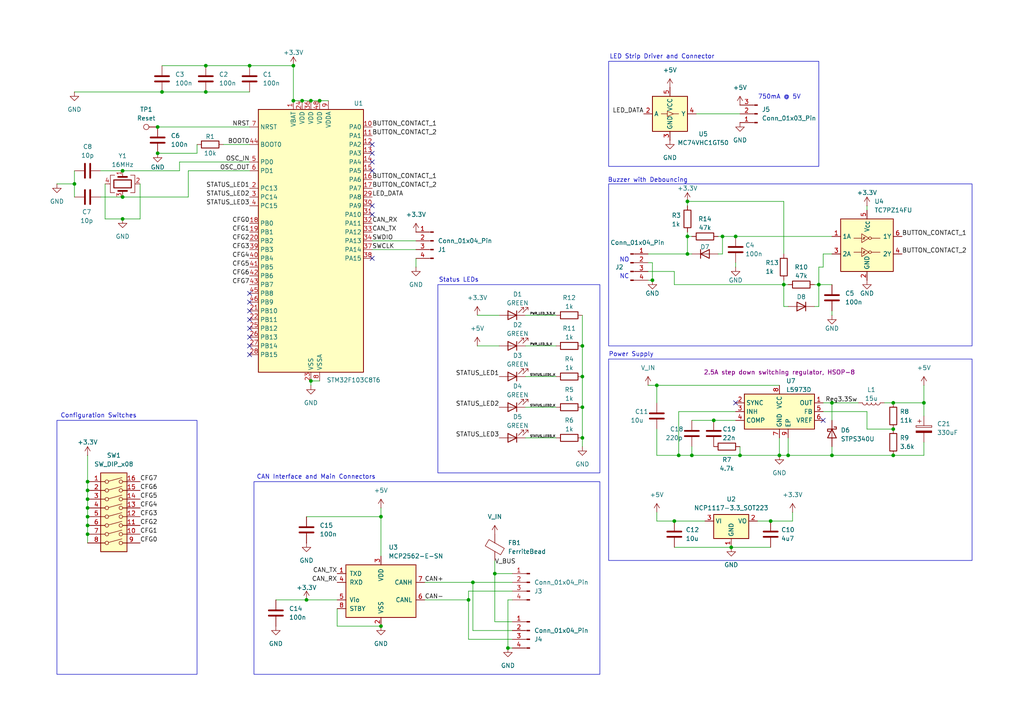
<source format=kicad_sch>
(kicad_sch
	(version 20250114)
	(generator "eeschema")
	(generator_version "9.0")
	(uuid "19263075-2e14-4c1c-b140-be1cece82e7d")
	(paper "A4")
	
	(rectangle
		(start 176.53 104.14)
		(end 281.94 162.56)
		(stroke
			(width 0)
			(type default)
		)
		(fill
			(type none)
		)
		(uuid 23c67946-7944-4d44-b21d-0ec6a7aaeb80)
	)
	(rectangle
		(start 127 82.55)
		(end 173.99 137.16)
		(stroke
			(width 0)
			(type default)
		)
		(fill
			(type none)
		)
		(uuid 3ec2cf12-3316-4ad5-9e48-656f29b6ec7c)
	)
	(rectangle
		(start 73.66 139.7)
		(end 173.99 195.58)
		(stroke
			(width 0)
			(type default)
		)
		(fill
			(type none)
		)
		(uuid 614fc8b1-1614-4757-b308-26632a14bc81)
	)
	(rectangle
		(start 176.53 53.34)
		(end 281.94 100.33)
		(stroke
			(width 0)
			(type default)
		)
		(fill
			(type none)
		)
		(uuid 743e7db7-e866-481f-ada0-9cd999483b74)
	)
	(rectangle
		(start 176.53 17.78)
		(end 237.49 48.26)
		(stroke
			(width 0)
			(type default)
		)
		(fill
			(type none)
		)
		(uuid 77fc0092-700a-41d7-9d93-e847315bbabf)
	)
	(rectangle
		(start 16.51 121.92)
		(end 57.15 195.58)
		(stroke
			(width 0)
			(type default)
		)
		(fill
			(type none)
		)
		(uuid b466160f-2013-4056-80ea-b88fbadd875e)
	)
	(text "Configuration Switches"
		(exclude_from_sim no)
		(at 17.526 120.65 0)
		(effects
			(font
				(size 1.27 1.27)
			)
			(justify left)
		)
		(uuid "37b19a70-d6c3-46fc-b951-70b3fd6518dc")
	)
	(text "Buzzer with Debouncing"
		(exclude_from_sim no)
		(at 176.276 52.324 0)
		(effects
			(font
				(size 1.27 1.27)
			)
			(justify left)
		)
		(uuid "719b8407-7060-419a-a828-1aa8660ea21e")
	)
	(text "CAN Interface and Main Connectors"
		(exclude_from_sim no)
		(at 74.422 138.43 0)
		(effects
			(font
				(size 1.27 1.27)
			)
			(justify left)
		)
		(uuid "7ddce0f7-c330-4995-8064-dfc301e672b6")
	)
	(text "NC"
		(exclude_from_sim no)
		(at 181.102 80.264 0)
		(effects
			(font
				(size 1.27 1.27)
			)
		)
		(uuid "815a38bd-1eff-4e25-a285-0768ecd29123")
	)
	(text "NO"
		(exclude_from_sim no)
		(at 181.102 75.438 0)
		(effects
			(font
				(size 1.27 1.27)
			)
		)
		(uuid "96dcbd12-7adc-4cf8-aed6-af31ca0f2aae")
	)
	(text "Power Supply"
		(exclude_from_sim no)
		(at 176.53 102.87 0)
		(effects
			(font
				(size 1.27 1.27)
			)
			(justify left)
		)
		(uuid "b3c0fb1b-54e7-4bfc-806c-bb7588d275b1")
	)
	(text "750mA @ 5V"
		(exclude_from_sim no)
		(at 226.06 28.194 0)
		(effects
			(font
				(size 1.27 1.27)
			)
		)
		(uuid "b85a5c02-fa83-461d-83e3-97304678a0df")
	)
	(text "LED Strip Driver and Connector"
		(exclude_from_sim no)
		(at 176.784 16.51 0)
		(effects
			(font
				(size 1.27 1.27)
			)
			(justify left)
		)
		(uuid "eb137765-0cde-4ad6-8c7e-e6df30883dcb")
	)
	(text "Status LEDs"
		(exclude_from_sim no)
		(at 127.254 81.28 0)
		(effects
			(font
				(size 1.27 1.27)
			)
			(justify left)
		)
		(uuid "f417197e-e46c-46f5-8146-b3bbcc0bf4fc")
	)
	(junction
		(at 35.56 57.15)
		(diameter 0)
		(color 0 0 0 0)
		(uuid "0072b523-77c6-4264-930f-487df73ad49f")
	)
	(junction
		(at 199.39 73.66)
		(diameter 0)
		(color 0 0 0 0)
		(uuid "022eac4e-119b-42a4-ac9a-063ec3170e37")
	)
	(junction
		(at 59.69 19.05)
		(diameter 0)
		(color 0 0 0 0)
		(uuid "0402ce2f-87f9-4970-89ad-ac3819bf12d6")
	)
	(junction
		(at 168.91 100.33)
		(diameter 0)
		(color 0 0 0 0)
		(uuid "0a5984a4-9313-4450-a0e2-2728c256fac6")
	)
	(junction
		(at 228.6 132.08)
		(diameter 0)
		(color 0 0 0 0)
		(uuid "1011dad9-bddb-49a7-a0a5-5d6f89afded3")
	)
	(junction
		(at 226.06 132.08)
		(diameter 0)
		(color 0 0 0 0)
		(uuid "1185b788-8e1f-4e1b-b5e8-1444ce1cf827")
	)
	(junction
		(at 59.69 26.67)
		(diameter 0)
		(color 0 0 0 0)
		(uuid "128959b9-b85f-423e-bcce-6e35d4b8fe21")
	)
	(junction
		(at 137.16 168.91)
		(diameter 0)
		(color 0 0 0 0)
		(uuid "154b48ca-5a86-4035-9c38-9784706cd0b5")
	)
	(junction
		(at 25.4 152.4)
		(diameter 0)
		(color 0 0 0 0)
		(uuid "168c8e4f-7460-4a5d-9d93-5328b72eb8fe")
	)
	(junction
		(at 25.4 149.86)
		(diameter 0)
		(color 0 0 0 0)
		(uuid "18c6d6b2-4b84-4c89-ab81-d660aead6fbe")
	)
	(junction
		(at 168.91 118.11)
		(diameter 0)
		(color 0 0 0 0)
		(uuid "20fcce97-dc53-43a7-be87-c884424d2505")
	)
	(junction
		(at 90.17 29.21)
		(diameter 0)
		(color 0 0 0 0)
		(uuid "249ad71e-3d16-4636-adb8-993d06ee3800")
	)
	(junction
		(at 143.51 166.37)
		(diameter 0)
		(color 0 0 0 0)
		(uuid "29932bfd-d0c3-4cc6-8f23-395ece279acb")
	)
	(junction
		(at 90.17 110.49)
		(diameter 0)
		(color 0 0 0 0)
		(uuid "2b59d6cc-5ac0-4eee-aa3f-18f85cfb19c0")
	)
	(junction
		(at 25.4 144.78)
		(diameter 0)
		(color 0 0 0 0)
		(uuid "32ce0a2f-7feb-4048-ad5f-bdf3fc3b501b")
	)
	(junction
		(at 213.36 68.58)
		(diameter 0)
		(color 0 0 0 0)
		(uuid "366faba3-09c2-45fa-ad12-4cbc4555bb23")
	)
	(junction
		(at 190.5 111.76)
		(diameter 0)
		(color 0 0 0 0)
		(uuid "36d7591a-c182-4144-b96b-2ca3699f3950")
	)
	(junction
		(at 147.32 187.96)
		(diameter 0)
		(color 0 0 0 0)
		(uuid "38cdbfd2-f585-443c-aa7c-0b34dc91c0a4")
	)
	(junction
		(at 87.63 29.21)
		(diameter 0)
		(color 0 0 0 0)
		(uuid "399711ca-5b01-4c3e-82af-2121ef5c8f57")
	)
	(junction
		(at 88.9 173.99)
		(diameter 0)
		(color 0 0 0 0)
		(uuid "4039a61a-b0e1-4eed-89c7-5da9a0d7c3e5")
	)
	(junction
		(at 237.49 82.55)
		(diameter 0)
		(color 0 0 0 0)
		(uuid "4a809945-5fd7-4c50-9491-b4eb83d96964")
	)
	(junction
		(at 168.91 127)
		(diameter 0)
		(color 0 0 0 0)
		(uuid "4f399113-a058-46fb-b4bf-b75f105b9f42")
	)
	(junction
		(at 199.39 68.58)
		(diameter 0)
		(color 0 0 0 0)
		(uuid "53f2f894-054b-4465-8fe5-6eab50f5611a")
	)
	(junction
		(at 110.49 181.61)
		(diameter 0)
		(color 0 0 0 0)
		(uuid "6c120f95-fd00-4c3d-8d92-b19f46a86d76")
	)
	(junction
		(at 259.08 132.08)
		(diameter 0)
		(color 0 0 0 0)
		(uuid "71776ace-88ca-4b2d-9e5a-cb3a354ca0b2")
	)
	(junction
		(at 200.66 132.08)
		(diameter 0)
		(color 0 0 0 0)
		(uuid "73234447-d924-47db-9dbd-99d34b236ae8")
	)
	(junction
		(at 267.97 116.84)
		(diameter 0)
		(color 0 0 0 0)
		(uuid "7584aa4a-85c0-4975-b981-dec4be8cab76")
	)
	(junction
		(at 35.56 49.53)
		(diameter 0)
		(color 0 0 0 0)
		(uuid "78e40e73-fca5-427d-89ed-acae12f4c259")
	)
	(junction
		(at 209.55 68.58)
		(diameter 0)
		(color 0 0 0 0)
		(uuid "7ed13373-50ac-469c-a2e3-1a351a5aefe3")
	)
	(junction
		(at 189.23 81.28)
		(diameter 0)
		(color 0 0 0 0)
		(uuid "8b1186ff-fb98-4256-b9cb-516664a36008")
	)
	(junction
		(at 25.4 147.32)
		(diameter 0)
		(color 0 0 0 0)
		(uuid "8b6e8f2a-27e3-4b1a-bd0e-f52871dbdb43")
	)
	(junction
		(at 207.01 121.92)
		(diameter 0)
		(color 0 0 0 0)
		(uuid "8d45d41f-40d6-44e9-847e-e88c00cc7310")
	)
	(junction
		(at 214.63 132.08)
		(diameter 0)
		(color 0 0 0 0)
		(uuid "90b300b4-b894-4c6f-9b00-901ed78bacad")
	)
	(junction
		(at 196.85 132.08)
		(diameter 0)
		(color 0 0 0 0)
		(uuid "99a6fed0-b08e-4296-b6d9-537fa9ef5235")
	)
	(junction
		(at 199.39 58.42)
		(diameter 0)
		(color 0 0 0 0)
		(uuid "9a7a1bba-1430-4294-817f-188b62d1943c")
	)
	(junction
		(at 259.08 116.84)
		(diameter 0)
		(color 0 0 0 0)
		(uuid "a2c35e8b-28ff-4984-b977-c300bce0f377")
	)
	(junction
		(at 110.49 149.86)
		(diameter 0)
		(color 0 0 0 0)
		(uuid "a907a4e6-2ab5-43eb-8512-256a06d64038")
	)
	(junction
		(at 227.33 82.55)
		(diameter 0)
		(color 0 0 0 0)
		(uuid "a919e330-9291-4d67-b6c4-b13a7c82fc18")
	)
	(junction
		(at 241.3 116.84)
		(diameter 0)
		(color 0 0 0 0)
		(uuid "b3599045-2889-4187-945b-589d2207b37a")
	)
	(junction
		(at 72.39 19.05)
		(diameter 0)
		(color 0 0 0 0)
		(uuid "b7fb4268-dc41-44e6-8655-4af1793f3a45")
	)
	(junction
		(at 135.89 173.99)
		(diameter 0)
		(color 0 0 0 0)
		(uuid "b9d18b2d-30e3-4148-8f84-cfee5aa38509")
	)
	(junction
		(at 259.08 124.46)
		(diameter 0)
		(color 0 0 0 0)
		(uuid "bd4a206f-2d9e-4aa7-a0c9-f544461debda")
	)
	(junction
		(at 92.71 29.21)
		(diameter 0)
		(color 0 0 0 0)
		(uuid "bd63f6d4-eb53-4ed6-aa2a-75390a7053cb")
	)
	(junction
		(at 46.99 26.67)
		(diameter 0)
		(color 0 0 0 0)
		(uuid "c0b29022-0464-4906-833c-0a46df749d49")
	)
	(junction
		(at 25.4 139.7)
		(diameter 0)
		(color 0 0 0 0)
		(uuid "c89d878b-9af4-492c-a238-6cc0da1ab32a")
	)
	(junction
		(at 35.56 63.5)
		(diameter 0)
		(color 0 0 0 0)
		(uuid "cca43cab-9e06-46e2-9bb2-5fad9b3a2e30")
	)
	(junction
		(at 25.4 142.24)
		(diameter 0)
		(color 0 0 0 0)
		(uuid "d0a1f97b-68a1-4a3a-84d9-0ef7cac97dba")
	)
	(junction
		(at 45.72 36.83)
		(diameter 0)
		(color 0 0 0 0)
		(uuid "d45c2fdf-b6da-4edb-aeaf-9db67f2d8b1d")
	)
	(junction
		(at 168.91 109.22)
		(diameter 0)
		(color 0 0 0 0)
		(uuid "d5a4c53e-cc23-4acf-b18d-8f53ef48c92a")
	)
	(junction
		(at 223.52 151.13)
		(diameter 0)
		(color 0 0 0 0)
		(uuid "d8a8d9e4-8eca-4668-8f4f-d35562c117fd")
	)
	(junction
		(at 85.09 29.21)
		(diameter 0)
		(color 0 0 0 0)
		(uuid "e595b548-3f4d-4147-b16b-6bbf1ad6a7a2")
	)
	(junction
		(at 195.58 151.13)
		(diameter 0)
		(color 0 0 0 0)
		(uuid "ec64760a-ff87-4873-81f9-1bce3339c2dd")
	)
	(junction
		(at 21.59 53.34)
		(diameter 0)
		(color 0 0 0 0)
		(uuid "ec795efc-a571-409f-a6ce-646607884533")
	)
	(junction
		(at 212.09 158.75)
		(diameter 0)
		(color 0 0 0 0)
		(uuid "eef91584-61fa-4a48-9c00-9a59f63aaae2")
	)
	(junction
		(at 25.4 154.94)
		(diameter 0)
		(color 0 0 0 0)
		(uuid "f54a3756-4a95-4a93-9307-30a590008261")
	)
	(junction
		(at 85.09 19.05)
		(diameter 0)
		(color 0 0 0 0)
		(uuid "fd35f0f2-41d7-45d4-b212-a9d3a14c6690")
	)
	(junction
		(at 241.3 132.08)
		(diameter 0)
		(color 0 0 0 0)
		(uuid "fdfc1c58-f259-4f93-bc9f-73a3b7db673b")
	)
	(junction
		(at 45.72 44.45)
		(diameter 0)
		(color 0 0 0 0)
		(uuid "fe0ff851-deef-4953-9e06-0347fdc8bc28")
	)
	(no_connect
		(at 107.95 59.69)
		(uuid "0778d0a2-aa32-4a9c-b6f3-c3e16f8dc3d8")
	)
	(no_connect
		(at 107.95 46.99)
		(uuid "2f30fee0-9e3a-483e-a6fe-cd71f2d579ff")
	)
	(no_connect
		(at 72.39 97.79)
		(uuid "3fb9f79d-96a1-4c19-96ea-e59eacccf9f5")
	)
	(no_connect
		(at 107.95 62.23)
		(uuid "4095179e-42ad-44f6-815d-db842634be91")
	)
	(no_connect
		(at 107.95 44.45)
		(uuid "51c4d364-b10f-4b3e-acee-9a7da108087a")
	)
	(no_connect
		(at 72.39 102.87)
		(uuid "58ccbf30-bd0f-45f2-9468-b3a2ab5914dd")
	)
	(no_connect
		(at 72.39 90.17)
		(uuid "5b26b235-7cf5-4d4c-811e-a510b350cb1e")
	)
	(no_connect
		(at 72.39 95.25)
		(uuid "67514afc-c915-43ee-a1cf-259ae50df2aa")
	)
	(no_connect
		(at 107.95 74.93)
		(uuid "6d061538-ca14-4a0f-ae5d-bf9ceda65e03")
	)
	(no_connect
		(at 107.95 49.53)
		(uuid "7574d9bd-f733-43c4-b535-909a651bb32b")
	)
	(no_connect
		(at 213.36 116.84)
		(uuid "779c9968-ad8d-4c09-bfa8-0d4b9ea9ba53")
	)
	(no_connect
		(at 238.76 121.92)
		(uuid "9458ed2a-12aa-4099-a1d1-a24ac28cc139")
	)
	(no_connect
		(at 72.39 100.33)
		(uuid "97c84623-7b5a-4662-9d78-f07fca001de3")
	)
	(no_connect
		(at 107.95 41.91)
		(uuid "ac2db4d2-0af4-4f13-badb-f107cb5c20e7")
	)
	(no_connect
		(at 72.39 92.71)
		(uuid "bb974523-1de8-4cb1-9556-74c70bec9c2a")
	)
	(no_connect
		(at 72.39 85.09)
		(uuid "cabc5be7-cb22-4614-849c-bdbc380b6acf")
	)
	(no_connect
		(at 72.39 87.63)
		(uuid "df9a6aac-9d8e-45fc-a37b-a21f8eb58572")
	)
	(wire
		(pts
			(xy 195.58 78.74) (xy 195.58 82.55)
		)
		(stroke
			(width 0)
			(type default)
		)
		(uuid "000de9ea-2242-415c-9f60-b7e2dd347dd5")
	)
	(wire
		(pts
			(xy 228.6 132.08) (xy 241.3 132.08)
		)
		(stroke
			(width 0)
			(type default)
		)
		(uuid "01a0e334-c978-44e6-8ace-746b7c0e945a")
	)
	(wire
		(pts
			(xy 213.36 119.38) (xy 196.85 119.38)
		)
		(stroke
			(width 0)
			(type default)
		)
		(uuid "04de055b-fc80-4cf4-854d-674b3af6d8ff")
	)
	(wire
		(pts
			(xy 196.85 119.38) (xy 196.85 132.08)
		)
		(stroke
			(width 0)
			(type default)
		)
		(uuid "0bbfcbcb-088c-4f23-95bf-38f1fff22cd7")
	)
	(wire
		(pts
			(xy 110.49 149.86) (xy 110.49 161.29)
		)
		(stroke
			(width 0)
			(type default)
		)
		(uuid "0c5c9650-83b4-409a-bde1-f97c3f7f04a2")
	)
	(wire
		(pts
			(xy 135.89 171.45) (xy 148.59 171.45)
		)
		(stroke
			(width 0)
			(type default)
		)
		(uuid "0ec91b38-b9f5-443d-ac18-7500210b7219")
	)
	(wire
		(pts
			(xy 168.91 91.44) (xy 168.91 100.33)
		)
		(stroke
			(width 0)
			(type default)
		)
		(uuid "0ee7b60a-6fb7-46da-ad1f-1468bd936551")
	)
	(wire
		(pts
			(xy 190.5 111.76) (xy 226.06 111.76)
		)
		(stroke
			(width 0)
			(type default)
		)
		(uuid "124c5f17-9d32-40d1-adb6-3913210a0ef2")
	)
	(wire
		(pts
			(xy 90.17 110.49) (xy 90.17 111.76)
		)
		(stroke
			(width 0)
			(type default)
		)
		(uuid "12e12818-f017-467e-82e1-9d65d01e195c")
	)
	(wire
		(pts
			(xy 143.51 166.37) (xy 148.59 166.37)
		)
		(stroke
			(width 0)
			(type default)
		)
		(uuid "14ef4c6d-3af5-4410-a028-36b2ec03a64e")
	)
	(wire
		(pts
			(xy 52.07 49.53) (xy 35.56 49.53)
		)
		(stroke
			(width 0)
			(type default)
		)
		(uuid "1938f273-d657-4f64-bde3-10b4f4d8ee5b")
	)
	(wire
		(pts
			(xy 97.79 181.61) (xy 110.49 181.61)
		)
		(stroke
			(width 0)
			(type default)
		)
		(uuid "19fb19ca-707d-48b9-b5f2-3effe2f187af")
	)
	(wire
		(pts
			(xy 241.3 116.84) (xy 241.3 121.92)
		)
		(stroke
			(width 0)
			(type default)
		)
		(uuid "1d7cc9da-7fae-47ca-a7a7-8f93364690e9")
	)
	(wire
		(pts
			(xy 54.61 49.53) (xy 54.61 57.15)
		)
		(stroke
			(width 0)
			(type default)
		)
		(uuid "1e7f3c47-6ccf-4f99-b781-071a2e174597")
	)
	(wire
		(pts
			(xy 25.4 144.78) (xy 25.4 147.32)
		)
		(stroke
			(width 0)
			(type default)
		)
		(uuid "1fdc6a50-1899-4ae6-b33c-a2616deb4141")
	)
	(wire
		(pts
			(xy 227.33 82.55) (xy 227.33 88.9)
		)
		(stroke
			(width 0)
			(type default)
		)
		(uuid "20d4df57-0bf5-4715-8dc3-7aada2917b74")
	)
	(wire
		(pts
			(xy 267.97 128.27) (xy 267.97 132.08)
		)
		(stroke
			(width 0)
			(type default)
		)
		(uuid "22215599-f6a2-44a0-a23c-4819d12a3247")
	)
	(wire
		(pts
			(xy 199.39 58.42) (xy 199.39 59.69)
		)
		(stroke
			(width 0)
			(type default)
		)
		(uuid "2344765d-60e5-48b2-939b-79667249b7d9")
	)
	(wire
		(pts
			(xy 138.43 91.44) (xy 144.78 91.44)
		)
		(stroke
			(width 0)
			(type default)
		)
		(uuid "241d2c2a-1724-44a3-9008-5eaa1c1f05d9")
	)
	(wire
		(pts
			(xy 72.39 46.99) (xy 52.07 46.99)
		)
		(stroke
			(width 0)
			(type default)
		)
		(uuid "27e09aa9-1ad3-4e78-83e1-ecb6400cf6ac")
	)
	(wire
		(pts
			(xy 229.87 148.59) (xy 229.87 151.13)
		)
		(stroke
			(width 0)
			(type default)
		)
		(uuid "2a215a98-603b-4a4b-b7a5-7d92111c4928")
	)
	(wire
		(pts
			(xy 237.49 88.9) (xy 236.22 88.9)
		)
		(stroke
			(width 0)
			(type default)
		)
		(uuid "2baa4836-cf5b-41e1-b3fb-254096b52010")
	)
	(wire
		(pts
			(xy 238.76 77.47) (xy 238.76 73.66)
		)
		(stroke
			(width 0)
			(type default)
		)
		(uuid "2d40c400-b918-4455-9d59-82ff4f691436")
	)
	(wire
		(pts
			(xy 212.09 158.75) (xy 223.52 158.75)
		)
		(stroke
			(width 0)
			(type default)
		)
		(uuid "2db74a61-3da2-476a-968f-ea3f78b35fd0")
	)
	(wire
		(pts
			(xy 237.49 77.47) (xy 238.76 77.47)
		)
		(stroke
			(width 0)
			(type default)
		)
		(uuid "2f6e3b82-20aa-42d1-92c3-b1efd861f8f3")
	)
	(wire
		(pts
			(xy 138.43 100.33) (xy 144.78 100.33)
		)
		(stroke
			(width 0)
			(type default)
		)
		(uuid "3000b3e9-4b62-4a27-86a8-967a8803fb94")
	)
	(wire
		(pts
			(xy 200.66 73.66) (xy 199.39 73.66)
		)
		(stroke
			(width 0)
			(type default)
		)
		(uuid "32c7d516-4798-442a-8d3c-e5eb2d3e8a94")
	)
	(wire
		(pts
			(xy 87.63 29.21) (xy 85.09 29.21)
		)
		(stroke
			(width 0)
			(type default)
		)
		(uuid "33687124-7920-4084-82cc-510c2f008db2")
	)
	(wire
		(pts
			(xy 21.59 53.34) (xy 21.59 57.15)
		)
		(stroke
			(width 0)
			(type default)
		)
		(uuid "344b057a-6a8c-4bad-9d30-b3cfce991656")
	)
	(wire
		(pts
			(xy 267.97 116.84) (xy 267.97 120.65)
		)
		(stroke
			(width 0)
			(type default)
		)
		(uuid "36303275-7593-440c-920f-0a978e988440")
	)
	(wire
		(pts
			(xy 135.89 173.99) (xy 135.89 171.45)
		)
		(stroke
			(width 0)
			(type default)
		)
		(uuid "3838086e-521e-4665-9d92-115621beda95")
	)
	(wire
		(pts
			(xy 227.33 81.28) (xy 227.33 82.55)
		)
		(stroke
			(width 0)
			(type default)
		)
		(uuid "3a11b3b7-143a-4159-9617-c5ddba0d86e4")
	)
	(wire
		(pts
			(xy 25.4 139.7) (xy 25.4 142.24)
		)
		(stroke
			(width 0)
			(type default)
		)
		(uuid "3a17ec97-b4c2-473d-a0d5-6fd57dbcbfc2")
	)
	(wire
		(pts
			(xy 251.46 124.46) (xy 259.08 124.46)
		)
		(stroke
			(width 0)
			(type default)
		)
		(uuid "3ae15d1b-cae5-4e94-8ab3-692493c8dcd2")
	)
	(wire
		(pts
			(xy 199.39 73.66) (xy 199.39 68.58)
		)
		(stroke
			(width 0)
			(type default)
		)
		(uuid "3b139fe8-218a-4ad8-8bb2-0f65d99db6c6")
	)
	(wire
		(pts
			(xy 195.58 151.13) (xy 204.47 151.13)
		)
		(stroke
			(width 0)
			(type default)
		)
		(uuid "3b9b67b9-36c7-49fa-9953-22eb51967234")
	)
	(wire
		(pts
			(xy 123.19 173.99) (xy 135.89 173.99)
		)
		(stroke
			(width 0)
			(type default)
		)
		(uuid "414fa327-76b2-45b3-851f-aa939771192b")
	)
	(wire
		(pts
			(xy 190.5 132.08) (xy 196.85 132.08)
		)
		(stroke
			(width 0)
			(type default)
		)
		(uuid "4181b9b3-bab0-4874-adeb-0448a33b7de8")
	)
	(wire
		(pts
			(xy 256.54 116.84) (xy 259.08 116.84)
		)
		(stroke
			(width 0)
			(type default)
		)
		(uuid "42f0c8bd-5271-450f-80a4-a46d663dae31")
	)
	(wire
		(pts
			(xy 187.96 76.2) (xy 189.23 76.2)
		)
		(stroke
			(width 0)
			(type default)
		)
		(uuid "43e13bc2-575b-44cc-8288-127d0675e177")
	)
	(wire
		(pts
			(xy 251.46 124.46) (xy 251.46 119.38)
		)
		(stroke
			(width 0)
			(type default)
		)
		(uuid "450d51b7-80af-4696-9397-7d66c3bd1d63")
	)
	(wire
		(pts
			(xy 147.32 187.96) (xy 148.59 187.96)
		)
		(stroke
			(width 0)
			(type default)
		)
		(uuid "47a7c78b-f2f0-4e04-a82e-ad262d7472af")
	)
	(wire
		(pts
			(xy 190.5 148.59) (xy 190.5 151.13)
		)
		(stroke
			(width 0)
			(type default)
		)
		(uuid "4dabe9b3-843e-4cd3-857c-d165cfae1501")
	)
	(wire
		(pts
			(xy 135.89 173.99) (xy 135.89 185.42)
		)
		(stroke
			(width 0)
			(type default)
		)
		(uuid "4ddffc87-7d98-4efb-ae5b-8ac35817cc3e")
	)
	(wire
		(pts
			(xy 25.4 142.24) (xy 25.4 144.78)
		)
		(stroke
			(width 0)
			(type default)
		)
		(uuid "4f81d07e-7559-4d7a-b5ff-0d938fd10675")
	)
	(wire
		(pts
			(xy 237.49 77.47) (xy 237.49 82.55)
		)
		(stroke
			(width 0)
			(type default)
		)
		(uuid "4fea8744-2182-4966-9e89-af2d547ce9a7")
	)
	(wire
		(pts
			(xy 120.65 74.93) (xy 120.65 77.47)
		)
		(stroke
			(width 0)
			(type default)
		)
		(uuid "50703db6-8583-46dc-a2c2-154117176bb7")
	)
	(wire
		(pts
			(xy 226.06 132.08) (xy 228.6 132.08)
		)
		(stroke
			(width 0)
			(type default)
		)
		(uuid "566d7dbc-926e-4689-9d3f-9368a9108c52")
	)
	(wire
		(pts
			(xy 251.46 59.69) (xy 251.46 60.96)
		)
		(stroke
			(width 0)
			(type default)
		)
		(uuid "56d2abd2-c5f1-4054-9d00-11857b35ab71")
	)
	(wire
		(pts
			(xy 209.55 68.58) (xy 213.36 68.58)
		)
		(stroke
			(width 0)
			(type default)
		)
		(uuid "58cdf79c-8b44-4023-8add-f029a6b87e05")
	)
	(wire
		(pts
			(xy 29.21 57.15) (xy 35.56 57.15)
		)
		(stroke
			(width 0)
			(type default)
		)
		(uuid "592e5450-5405-49c1-82b2-ad08b8bd47b9")
	)
	(wire
		(pts
			(xy 90.17 110.49) (xy 92.71 110.49)
		)
		(stroke
			(width 0)
			(type default)
		)
		(uuid "5a96dd34-bc06-4191-bce4-ac2fba63458f")
	)
	(wire
		(pts
			(xy 25.4 152.4) (xy 25.4 154.94)
		)
		(stroke
			(width 0)
			(type default)
		)
		(uuid "5e9dc771-c9e5-469d-98d8-57dc47611b54")
	)
	(wire
		(pts
			(xy 25.4 132.08) (xy 25.4 139.7)
		)
		(stroke
			(width 0)
			(type default)
		)
		(uuid "6049f281-0635-4300-9174-a124cf526896")
	)
	(wire
		(pts
			(xy 200.66 129.54) (xy 200.66 132.08)
		)
		(stroke
			(width 0)
			(type default)
		)
		(uuid "61517793-15d6-45f2-b50e-405e17e1660d")
	)
	(wire
		(pts
			(xy 92.71 29.21) (xy 90.17 29.21)
		)
		(stroke
			(width 0)
			(type default)
		)
		(uuid "62ae2f4b-425c-474d-aa66-b61d37f187ef")
	)
	(wire
		(pts
			(xy 190.5 111.76) (xy 190.5 116.84)
		)
		(stroke
			(width 0)
			(type default)
		)
		(uuid "62f1f17a-6b6b-49a4-a780-81666fecdf76")
	)
	(wire
		(pts
			(xy 214.63 132.08) (xy 226.06 132.08)
		)
		(stroke
			(width 0)
			(type default)
		)
		(uuid "6337faff-4f33-437e-ad3d-a252174ef9cb")
	)
	(wire
		(pts
			(xy 40.64 53.34) (xy 40.64 63.5)
		)
		(stroke
			(width 0)
			(type default)
		)
		(uuid "66020eb4-46b8-47ca-8a8a-a88ce58abe3c")
	)
	(wire
		(pts
			(xy 190.5 151.13) (xy 195.58 151.13)
		)
		(stroke
			(width 0)
			(type default)
		)
		(uuid "6a9b3877-ad7c-4408-b6c8-24256d031d77")
	)
	(wire
		(pts
			(xy 168.91 118.11) (xy 168.91 127)
		)
		(stroke
			(width 0)
			(type default)
		)
		(uuid "6e2d4070-d363-4e24-bb7d-fe9960cd50a4")
	)
	(wire
		(pts
			(xy 241.3 116.84) (xy 248.92 116.84)
		)
		(stroke
			(width 0)
			(type default)
		)
		(uuid "6eb37057-640d-44b3-95c6-eef07c0552b7")
	)
	(wire
		(pts
			(xy 143.51 180.34) (xy 148.59 180.34)
		)
		(stroke
			(width 0)
			(type default)
		)
		(uuid "75c88008-4a59-4941-a752-c2376ad0c5c6")
	)
	(wire
		(pts
			(xy 123.19 168.91) (xy 137.16 168.91)
		)
		(stroke
			(width 0)
			(type default)
		)
		(uuid "7677097d-eeeb-4109-ab7a-3260a560c0af")
	)
	(wire
		(pts
			(xy 35.56 63.5) (xy 40.64 63.5)
		)
		(stroke
			(width 0)
			(type default)
		)
		(uuid "78ebacfe-3512-4a91-a685-c5e269d4d476")
	)
	(wire
		(pts
			(xy 21.59 49.53) (xy 21.59 53.34)
		)
		(stroke
			(width 0)
			(type default)
		)
		(uuid "7a5c6c4d-31e1-4631-bbd9-2f70433a58fa")
	)
	(wire
		(pts
			(xy 152.4 100.33) (xy 161.29 100.33)
		)
		(stroke
			(width 0)
			(type default)
		)
		(uuid "7d052de5-b337-4dfb-8b81-9f259e5cfc94")
	)
	(wire
		(pts
			(xy 25.4 149.86) (xy 25.4 152.4)
		)
		(stroke
			(width 0)
			(type default)
		)
		(uuid "7d843b4d-cd9d-4518-a6e6-0ebb93be8e39")
	)
	(wire
		(pts
			(xy 135.89 185.42) (xy 148.59 185.42)
		)
		(stroke
			(width 0)
			(type default)
		)
		(uuid "7da798df-8621-48f9-bc2b-8b47ca07d327")
	)
	(wire
		(pts
			(xy 148.59 173.99) (xy 147.32 173.99)
		)
		(stroke
			(width 0)
			(type default)
		)
		(uuid "7dcc0943-fe59-4d79-988f-8e8a00a19a42")
	)
	(wire
		(pts
			(xy 143.51 162.56) (xy 143.51 166.37)
		)
		(stroke
			(width 0)
			(type default)
		)
		(uuid "7f2e73ed-8279-4265-9bc9-0bbeb8eecfd7")
	)
	(wire
		(pts
			(xy 208.28 73.66) (xy 209.55 73.66)
		)
		(stroke
			(width 0)
			(type default)
		)
		(uuid "802499de-aafe-4393-9873-e891b2ad84f1")
	)
	(wire
		(pts
			(xy 46.99 26.67) (xy 59.69 26.67)
		)
		(stroke
			(width 0)
			(type default)
		)
		(uuid "8a66c779-bd84-4635-aea2-dc2f4a11f639")
	)
	(wire
		(pts
			(xy 259.08 132.08) (xy 267.97 132.08)
		)
		(stroke
			(width 0)
			(type default)
		)
		(uuid "8b326bad-75a6-4083-a388-8f46f81a5a70")
	)
	(wire
		(pts
			(xy 57.15 41.91) (xy 57.15 44.45)
		)
		(stroke
			(width 0)
			(type default)
		)
		(uuid "8b34d129-0f6d-498e-a534-957640452560")
	)
	(wire
		(pts
			(xy 87.63 29.21) (xy 90.17 29.21)
		)
		(stroke
			(width 0)
			(type default)
		)
		(uuid "8dd82040-38ce-4996-9210-9dbc290d282a")
	)
	(wire
		(pts
			(xy 88.9 149.86) (xy 110.49 149.86)
		)
		(stroke
			(width 0)
			(type default)
		)
		(uuid "8e6c8a2f-3d8b-410b-bf55-fbd0c8c1fdc2")
	)
	(wire
		(pts
			(xy 143.51 166.37) (xy 143.51 180.34)
		)
		(stroke
			(width 0)
			(type default)
		)
		(uuid "8eedd378-7a1b-4d69-b151-756fa87add63")
	)
	(wire
		(pts
			(xy 152.4 109.22) (xy 161.29 109.22)
		)
		(stroke
			(width 0)
			(type default)
		)
		(uuid "91279579-62b7-44bc-b036-e83801b84e87")
	)
	(wire
		(pts
			(xy 137.16 182.88) (xy 148.59 182.88)
		)
		(stroke
			(width 0)
			(type default)
		)
		(uuid "92ca3912-6759-4f37-b7c1-c406815f99db")
	)
	(wire
		(pts
			(xy 219.71 151.13) (xy 223.52 151.13)
		)
		(stroke
			(width 0)
			(type default)
		)
		(uuid "93ff1b0f-9b78-4528-923b-270e2722adf1")
	)
	(wire
		(pts
			(xy 21.59 26.67) (xy 46.99 26.67)
		)
		(stroke
			(width 0)
			(type default)
		)
		(uuid "959c19d0-ecbd-486d-aeea-4a2208267b52")
	)
	(wire
		(pts
			(xy 25.4 154.94) (xy 25.4 157.48)
		)
		(stroke
			(width 0)
			(type default)
		)
		(uuid "96a3a72a-e42e-4e16-b7b0-ba7242fc54c4")
	)
	(wire
		(pts
			(xy 199.39 67.31) (xy 199.39 68.58)
		)
		(stroke
			(width 0)
			(type default)
		)
		(uuid "97d7b694-6d62-40d1-a096-d91aa7505cbb")
	)
	(wire
		(pts
			(xy 241.3 129.54) (xy 241.3 132.08)
		)
		(stroke
			(width 0)
			(type default)
		)
		(uuid "985c53c6-9c63-49a6-8e04-bc56cc5eb069")
	)
	(wire
		(pts
			(xy 147.32 173.99) (xy 147.32 187.96)
		)
		(stroke
			(width 0)
			(type default)
		)
		(uuid "9aa77c15-4005-46ec-bf1f-4651d92ad263")
	)
	(wire
		(pts
			(xy 190.5 124.46) (xy 190.5 132.08)
		)
		(stroke
			(width 0)
			(type default)
		)
		(uuid "9ce000b6-b22a-4d89-8bd8-62fef16ee551")
	)
	(wire
		(pts
			(xy 52.07 46.99) (xy 52.07 49.53)
		)
		(stroke
			(width 0)
			(type default)
		)
		(uuid "9d7bc3bd-c568-42f5-9c6e-eb14ff66b336")
	)
	(wire
		(pts
			(xy 238.76 116.84) (xy 241.3 116.84)
		)
		(stroke
			(width 0)
			(type default)
		)
		(uuid "a4345017-9ff1-4165-bf56-7560f4fc6395")
	)
	(wire
		(pts
			(xy 213.36 77.47) (xy 213.36 76.2)
		)
		(stroke
			(width 0)
			(type default)
		)
		(uuid "a63b81be-7d55-4197-bdf8-dd54872d608a")
	)
	(wire
		(pts
			(xy 16.51 53.34) (xy 21.59 53.34)
		)
		(stroke
			(width 0)
			(type default)
		)
		(uuid "a943f769-a490-4903-9464-4e2c4d53f651")
	)
	(wire
		(pts
			(xy 200.66 121.92) (xy 207.01 121.92)
		)
		(stroke
			(width 0)
			(type default)
		)
		(uuid "aa193760-4c52-4f1c-904b-cc2c16f9019c")
	)
	(wire
		(pts
			(xy 195.58 158.75) (xy 212.09 158.75)
		)
		(stroke
			(width 0)
			(type default)
		)
		(uuid "ac3706fe-6fdf-46db-9564-ef842d8bbb50")
	)
	(wire
		(pts
			(xy 152.4 91.44) (xy 161.29 91.44)
		)
		(stroke
			(width 0)
			(type default)
		)
		(uuid "ac903ca2-edb3-4b7d-b790-23f6552ec69f")
	)
	(wire
		(pts
			(xy 29.21 49.53) (xy 35.56 49.53)
		)
		(stroke
			(width 0)
			(type default)
		)
		(uuid "af79c497-5ab9-4b3e-be6b-46a58c017386")
	)
	(wire
		(pts
			(xy 45.72 36.83) (xy 72.39 36.83)
		)
		(stroke
			(width 0)
			(type default)
		)
		(uuid "b2764022-b5ce-4c5b-a738-8c25781a227b")
	)
	(wire
		(pts
			(xy 201.93 33.02) (xy 214.63 33.02)
		)
		(stroke
			(width 0)
			(type default)
		)
		(uuid "b27f0d82-60b4-434e-9aff-a46a3215101f")
	)
	(wire
		(pts
			(xy 238.76 73.66) (xy 241.3 73.66)
		)
		(stroke
			(width 0)
			(type default)
		)
		(uuid "b28e07ea-7dd6-457e-ad9d-9abd9b2c4153")
	)
	(wire
		(pts
			(xy 35.56 63.5) (xy 30.48 63.5)
		)
		(stroke
			(width 0)
			(type default)
		)
		(uuid "b2f85611-0afd-486c-a35e-754d466bc2aa")
	)
	(wire
		(pts
			(xy 107.95 72.39) (xy 120.65 72.39)
		)
		(stroke
			(width 0)
			(type default)
		)
		(uuid "b3b2dd00-fea3-46d6-9aeb-7036d88b21c0")
	)
	(wire
		(pts
			(xy 223.52 151.13) (xy 229.87 151.13)
		)
		(stroke
			(width 0)
			(type default)
		)
		(uuid "b3c7a89a-0fa0-4b97-9ded-d7dfe78d2f51")
	)
	(wire
		(pts
			(xy 251.46 119.38) (xy 238.76 119.38)
		)
		(stroke
			(width 0)
			(type default)
		)
		(uuid "b44d681b-06c8-4048-9660-45e3d0a1cea7")
	)
	(wire
		(pts
			(xy 72.39 19.05) (xy 85.09 19.05)
		)
		(stroke
			(width 0)
			(type default)
		)
		(uuid "b4ad95ce-4646-4c84-b189-919363ade530")
	)
	(wire
		(pts
			(xy 228.6 127) (xy 228.6 132.08)
		)
		(stroke
			(width 0)
			(type default)
		)
		(uuid "b58e46aa-a39e-4405-8e77-418a00f39520")
	)
	(wire
		(pts
			(xy 168.91 109.22) (xy 168.91 118.11)
		)
		(stroke
			(width 0)
			(type default)
		)
		(uuid "b6e569f3-9c22-48c7-b007-b1763d88d277")
	)
	(wire
		(pts
			(xy 208.28 68.58) (xy 209.55 68.58)
		)
		(stroke
			(width 0)
			(type default)
		)
		(uuid "b6ec56b6-c8bb-4502-87bf-d54ab50a567b")
	)
	(wire
		(pts
			(xy 259.08 116.84) (xy 267.97 116.84)
		)
		(stroke
			(width 0)
			(type default)
		)
		(uuid "b7cb8ad4-bfc0-4847-87af-1ef2e65c70ed")
	)
	(wire
		(pts
			(xy 168.91 100.33) (xy 168.91 109.22)
		)
		(stroke
			(width 0)
			(type default)
		)
		(uuid "b7daafae-d48e-43e3-a4d2-f01fe2587d1b")
	)
	(wire
		(pts
			(xy 207.01 121.92) (xy 213.36 121.92)
		)
		(stroke
			(width 0)
			(type default)
		)
		(uuid "b8b11154-d9b0-42d6-a773-983f481981e3")
	)
	(wire
		(pts
			(xy 97.79 176.53) (xy 97.79 181.61)
		)
		(stroke
			(width 0)
			(type default)
		)
		(uuid "b8be0aaf-8fef-4823-9020-03848f3e8dfe")
	)
	(wire
		(pts
			(xy 107.95 69.85) (xy 120.65 69.85)
		)
		(stroke
			(width 0)
			(type default)
		)
		(uuid "bbb87353-f0c9-4a99-8d37-14b58abcbb8f")
	)
	(wire
		(pts
			(xy 137.16 168.91) (xy 137.16 182.88)
		)
		(stroke
			(width 0)
			(type default)
		)
		(uuid "bbd5411c-5652-46a2-acd5-76a69ee2636e")
	)
	(wire
		(pts
			(xy 226.06 127) (xy 226.06 132.08)
		)
		(stroke
			(width 0)
			(type default)
		)
		(uuid "be64ff02-a924-456a-a685-ca0998c793a1")
	)
	(wire
		(pts
			(xy 241.3 132.08) (xy 259.08 132.08)
		)
		(stroke
			(width 0)
			(type default)
		)
		(uuid "c0dd6ebb-3820-4f6c-a484-177df986d92c")
	)
	(wire
		(pts
			(xy 152.4 127) (xy 161.29 127)
		)
		(stroke
			(width 0)
			(type default)
		)
		(uuid "c1e5df41-8cae-442c-ab50-d7abdeac2a08")
	)
	(wire
		(pts
			(xy 137.16 168.91) (xy 148.59 168.91)
		)
		(stroke
			(width 0)
			(type default)
		)
		(uuid "c1e7b5c0-0adb-41e2-adf5-002483898ac6")
	)
	(wire
		(pts
			(xy 209.55 68.58) (xy 209.55 73.66)
		)
		(stroke
			(width 0)
			(type default)
		)
		(uuid "c20326d2-b349-4ab2-bacb-49af3955a40e")
	)
	(wire
		(pts
			(xy 195.58 82.55) (xy 227.33 82.55)
		)
		(stroke
			(width 0)
			(type default)
		)
		(uuid "c68034f4-c850-46ab-8565-4d71c7aa9af0")
	)
	(wire
		(pts
			(xy 189.23 76.2) (xy 189.23 81.28)
		)
		(stroke
			(width 0)
			(type default)
		)
		(uuid "c86de52b-e817-4699-bf20-4d4a17a0909e")
	)
	(wire
		(pts
			(xy 196.85 132.08) (xy 200.66 132.08)
		)
		(stroke
			(width 0)
			(type default)
		)
		(uuid "c8b7a48f-b7d9-44ad-852e-d9b1a4d63090")
	)
	(wire
		(pts
			(xy 236.22 82.55) (xy 237.49 82.55)
		)
		(stroke
			(width 0)
			(type default)
		)
		(uuid "ca927015-cb0d-415f-9ed2-876d0481f967")
	)
	(wire
		(pts
			(xy 95.25 29.21) (xy 92.71 29.21)
		)
		(stroke
			(width 0)
			(type default)
		)
		(uuid "cc0ed520-0bef-434e-a32f-403e5a33408c")
	)
	(wire
		(pts
			(xy 54.61 57.15) (xy 35.56 57.15)
		)
		(stroke
			(width 0)
			(type default)
		)
		(uuid "cc5a76f8-f3a6-470e-b65e-59d4c25c3840")
	)
	(wire
		(pts
			(xy 187.96 73.66) (xy 199.39 73.66)
		)
		(stroke
			(width 0)
			(type default)
		)
		(uuid "ce5edfcf-2be9-45a4-873b-1c8e55a9090e")
	)
	(wire
		(pts
			(xy 59.69 19.05) (xy 72.39 19.05)
		)
		(stroke
			(width 0)
			(type default)
		)
		(uuid "d25304b5-103c-4a2b-b499-aab43d76783b")
	)
	(wire
		(pts
			(xy 213.36 68.58) (xy 241.3 68.58)
		)
		(stroke
			(width 0)
			(type default)
		)
		(uuid "d3d2a48e-ff7e-42f8-97fe-8006cb3644f5")
	)
	(wire
		(pts
			(xy 30.48 63.5) (xy 30.48 53.34)
		)
		(stroke
			(width 0)
			(type default)
		)
		(uuid "d46fddfc-a187-487d-b679-3eeae7cfe1b8")
	)
	(wire
		(pts
			(xy 72.39 41.91) (xy 64.77 41.91)
		)
		(stroke
			(width 0)
			(type default)
		)
		(uuid "d7c72f7d-609e-41ee-bcf4-f028577949ec")
	)
	(wire
		(pts
			(xy 54.61 49.53) (xy 72.39 49.53)
		)
		(stroke
			(width 0)
			(type default)
		)
		(uuid "d9adb7c9-bb4c-4fa7-94f6-395b44684f29")
	)
	(wire
		(pts
			(xy 214.63 129.54) (xy 214.63 132.08)
		)
		(stroke
			(width 0)
			(type default)
		)
		(uuid "db0a650b-00a3-4f7a-9e96-18f75317778f")
	)
	(wire
		(pts
			(xy 228.6 88.9) (xy 227.33 88.9)
		)
		(stroke
			(width 0)
			(type default)
		)
		(uuid "e1414918-142e-4246-b6d7-57c88be17547")
	)
	(wire
		(pts
			(xy 85.09 19.05) (xy 85.09 29.21)
		)
		(stroke
			(width 0)
			(type default)
		)
		(uuid "e1bb8007-845b-4f35-b58d-5f248ad50eb9")
	)
	(wire
		(pts
			(xy 199.39 68.58) (xy 200.66 68.58)
		)
		(stroke
			(width 0)
			(type default)
		)
		(uuid "e35dc5b7-7268-4725-b65a-9032f8f206aa")
	)
	(wire
		(pts
			(xy 45.72 44.45) (xy 57.15 44.45)
		)
		(stroke
			(width 0)
			(type default)
		)
		(uuid "e3ef27a1-fbdc-4cca-beb6-c0b79b29aaea")
	)
	(wire
		(pts
			(xy 237.49 82.55) (xy 241.3 82.55)
		)
		(stroke
			(width 0)
			(type default)
		)
		(uuid "e4905e30-806e-4b25-9ce3-ed8d3ce273a6")
	)
	(wire
		(pts
			(xy 227.33 82.55) (xy 228.6 82.55)
		)
		(stroke
			(width 0)
			(type default)
		)
		(uuid "e827ec35-3301-433f-aac5-e1c7a1f13118")
	)
	(wire
		(pts
			(xy 152.4 118.11) (xy 161.29 118.11)
		)
		(stroke
			(width 0)
			(type default)
		)
		(uuid "e9987fd1-55bb-4168-ac1b-2fd7c5ba445a")
	)
	(wire
		(pts
			(xy 25.4 147.32) (xy 25.4 149.86)
		)
		(stroke
			(width 0)
			(type default)
		)
		(uuid "e9b464ef-f1fd-432c-bfa0-c223195fce13")
	)
	(wire
		(pts
			(xy 168.91 127) (xy 168.91 129.54)
		)
		(stroke
			(width 0)
			(type default)
		)
		(uuid "e9d0e901-47c3-4469-b0a8-13e148aea900")
	)
	(wire
		(pts
			(xy 88.9 173.99) (xy 97.79 173.99)
		)
		(stroke
			(width 0)
			(type default)
		)
		(uuid "eb328297-e015-4961-89c9-b86404d819c4")
	)
	(wire
		(pts
			(xy 267.97 111.76) (xy 267.97 116.84)
		)
		(stroke
			(width 0)
			(type default)
		)
		(uuid "ebeaeba6-9697-4f3b-9d4d-591f125a76b1")
	)
	(wire
		(pts
			(xy 59.69 26.67) (xy 72.39 26.67)
		)
		(stroke
			(width 0)
			(type default)
		)
		(uuid "ed115e26-f8f9-4ecb-9fa5-7e409d5b3742")
	)
	(wire
		(pts
			(xy 80.01 173.99) (xy 88.9 173.99)
		)
		(stroke
			(width 0)
			(type default)
		)
		(uuid "ee018562-5f5f-4728-983a-5ca9aafc5faa")
	)
	(wire
		(pts
			(xy 227.33 58.42) (xy 227.33 73.66)
		)
		(stroke
			(width 0)
			(type default)
		)
		(uuid "ef2e7caf-dd24-4268-a6cd-05171a086609")
	)
	(wire
		(pts
			(xy 200.66 132.08) (xy 214.63 132.08)
		)
		(stroke
			(width 0)
			(type default)
		)
		(uuid "f815abcc-83ad-4109-8316-ded906a32c71")
	)
	(wire
		(pts
			(xy 195.58 78.74) (xy 187.96 78.74)
		)
		(stroke
			(width 0)
			(type default)
		)
		(uuid "f8553ce8-8276-4e5d-9c4f-c6ff6a938efb")
	)
	(wire
		(pts
			(xy 187.96 111.76) (xy 190.5 111.76)
		)
		(stroke
			(width 0)
			(type default)
		)
		(uuid "f8935e5e-babd-4b01-87c1-ba6073dae67a")
	)
	(wire
		(pts
			(xy 241.3 91.44) (xy 241.3 90.17)
		)
		(stroke
			(width 0)
			(type default)
		)
		(uuid "f957f4a1-a861-4eeb-922b-aa1cfd819116")
	)
	(wire
		(pts
			(xy 189.23 81.28) (xy 187.96 81.28)
		)
		(stroke
			(width 0)
			(type default)
		)
		(uuid "f9d3a2db-be55-4a00-8b0e-9f7c81c1573f")
	)
	(wire
		(pts
			(xy 237.49 82.55) (xy 237.49 88.9)
		)
		(stroke
			(width 0)
			(type default)
		)
		(uuid "fd6e3366-1d2a-4908-994e-56aac29fac64")
	)
	(wire
		(pts
			(xy 46.99 19.05) (xy 59.69 19.05)
		)
		(stroke
			(width 0)
			(type default)
		)
		(uuid "fdcdf6d1-dc70-4ee9-b5f9-e121bcfbd357")
	)
	(wire
		(pts
			(xy 199.39 58.42) (xy 227.33 58.42)
		)
		(stroke
			(width 0)
			(type default)
		)
		(uuid "fe72adcf-f4db-41f0-a04b-cb970fa2af86")
	)
	(wire
		(pts
			(xy 110.49 147.32) (xy 110.49 149.86)
		)
		(stroke
			(width 0)
			(type default)
		)
		(uuid "fedf7b92-6ec9-436b-942a-c5b83be37733")
	)
	(label "NRST"
		(at 72.39 36.83 180)
		(effects
			(font
				(size 1.27 1.27)
			)
			(justify right bottom)
		)
		(uuid "0114eb24-804d-4796-8e7b-a23e311c9085")
	)
	(label "LED_DATA"
		(at 107.95 57.15 0)
		(effects
			(font
				(size 1.27 1.27)
			)
			(justify left bottom)
		)
		(uuid "08d6c661-b3f7-410a-8426-f3bd4244bdc0")
	)
	(label "STATUS_LED3_K"
		(at 153.67 127 0)
		(effects
			(font
				(size 0.635 0.635)
			)
			(justify left bottom)
		)
		(uuid "0e8704ce-2670-4a3e-a857-72792d4767bb")
	)
	(label "STATUS_LED1"
		(at 144.78 109.22 180)
		(effects
			(font
				(size 1.27 1.27)
			)
			(justify right bottom)
		)
		(uuid "10de17a3-8515-4c2a-a06f-c681d086dc08")
	)
	(label "BUTTON_CONTACT_1"
		(at 261.62 68.58 0)
		(effects
			(font
				(size 1.27 1.27)
			)
			(justify left bottom)
		)
		(uuid "1549589a-0498-4afb-aea6-71bbf7fe135d")
	)
	(label "STATUS_LED2"
		(at 72.39 57.15 180)
		(effects
			(font
				(size 1.27 1.27)
			)
			(justify right bottom)
		)
		(uuid "1915f269-fbb0-4c80-b4a9-ca981b5f6eaf")
	)
	(label "CAN_RX"
		(at 97.79 168.91 180)
		(effects
			(font
				(size 1.27 1.27)
			)
			(justify right bottom)
		)
		(uuid "1ab3dabc-22a9-4000-b7f4-f2d7b9ffcddd")
	)
	(label "CFG4"
		(at 72.39 74.93 180)
		(effects
			(font
				(size 1.27 1.27)
			)
			(justify right bottom)
		)
		(uuid "22caf2d4-19d5-4d8e-a18b-a7613d4e95c7")
	)
	(label "OSC_IN"
		(at 72.39 46.99 180)
		(effects
			(font
				(size 1.27 1.27)
			)
			(justify right bottom)
		)
		(uuid "2747b0d8-0193-446a-bd6f-b540bf193c12")
	)
	(label "CFG7"
		(at 40.64 139.7 0)
		(effects
			(font
				(size 1.27 1.27)
			)
			(justify left bottom)
		)
		(uuid "2e036cbd-7664-40ab-8ba7-f841c50bed37")
	)
	(label "BOOT0"
		(at 72.39 41.91 180)
		(effects
			(font
				(size 1.27 1.27)
			)
			(justify right bottom)
		)
		(uuid "2fea3eb4-1774-4e19-b516-1fd649a5a55a")
	)
	(label "PWR_LED_3.3_K"
		(at 153.67 91.44 0)
		(effects
			(font
				(size 0.635 0.635)
			)
			(justify left bottom)
		)
		(uuid "3a77ebbc-b8e5-4b5f-b040-3aa4d2c706af")
	)
	(label "CFG0"
		(at 72.39 64.77 180)
		(effects
			(font
				(size 1.27 1.27)
			)
			(justify right bottom)
		)
		(uuid "3c236a77-fda9-42ef-b0ea-1ed7cf62a91f")
	)
	(label "CFG2"
		(at 40.64 152.4 0)
		(effects
			(font
				(size 1.27 1.27)
			)
			(justify left bottom)
		)
		(uuid "423dd95b-4eb9-477e-94de-a3716edacf15")
	)
	(label "CFG0"
		(at 40.64 157.48 0)
		(effects
			(font
				(size 1.27 1.27)
			)
			(justify left bottom)
		)
		(uuid "424e8947-25ab-4694-b416-78520f78c35c")
	)
	(label "STATUS_LED3"
		(at 72.39 59.69 180)
		(effects
			(font
				(size 1.27 1.27)
			)
			(justify right bottom)
		)
		(uuid "4917b566-e4a6-4922-976a-da9b7d2501ae")
	)
	(label "CFG4"
		(at 40.64 147.32 0)
		(effects
			(font
				(size 1.27 1.27)
			)
			(justify left bottom)
		)
		(uuid "49840ce2-0988-4711-8d46-fdec3a717717")
	)
	(label "V_BUS"
		(at 143.51 163.83 0)
		(effects
			(font
				(size 1.27 1.27)
			)
			(justify left bottom)
		)
		(uuid "4e6c1dfa-8eb9-4d24-8ff1-00d8057bbdc8")
	)
	(label "OSC_OUT"
		(at 72.39 49.53 180)
		(effects
			(font
				(size 1.27 1.27)
			)
			(justify right bottom)
		)
		(uuid "4eb42a67-586b-4007-bd2f-6e56532045a6")
	)
	(label "STATUS_LED1"
		(at 72.39 54.61 180)
		(effects
			(font
				(size 1.27 1.27)
			)
			(justify right bottom)
		)
		(uuid "4f6d23d5-9067-4980-92e0-22a2db63f053")
	)
	(label "BUTTON_CONTACT_1"
		(at 107.95 52.07 0)
		(effects
			(font
				(size 1.27 1.27)
			)
			(justify left bottom)
		)
		(uuid "5519176c-dabf-4cd9-8fe2-3c3becdfa0d1")
	)
	(label "BUTTON_CONTACT_2"
		(at 107.95 54.61 0)
		(effects
			(font
				(size 1.27 1.27)
			)
			(justify left bottom)
		)
		(uuid "5672ca85-27e0-4c5d-8797-f5933e44885b")
	)
	(label "STATUS_LED2"
		(at 144.78 118.11 180)
		(effects
			(font
				(size 1.27 1.27)
			)
			(justify right bottom)
		)
		(uuid "58a6744a-e396-4dfd-879f-9436b43ca2c0")
	)
	(label "BUTTON_CONTACT_2"
		(at 107.95 39.37 0)
		(effects
			(font
				(size 1.27 1.27)
			)
			(justify left bottom)
		)
		(uuid "5e976990-58eb-4e06-90f6-ffcbf3f999d0")
	)
	(label "PWR_LED_5_K"
		(at 153.67 100.33 0)
		(effects
			(font
				(size 0.635 0.635)
			)
			(justify left bottom)
		)
		(uuid "6c2194af-fcc1-4742-bb2d-de2afbca3e07")
	)
	(label "STATUS_LED3"
		(at 144.78 127 180)
		(effects
			(font
				(size 1.27 1.27)
			)
			(justify right bottom)
		)
		(uuid "6eed4f53-4c11-4fc7-89fa-2d2e2319fdf3")
	)
	(label "CFG1"
		(at 40.64 154.94 0)
		(effects
			(font
				(size 1.27 1.27)
			)
			(justify left bottom)
		)
		(uuid "7511afff-9620-4ce1-953c-92bfc8109b84")
	)
	(label "SWCLK"
		(at 107.95 72.39 0)
		(effects
			(font
				(size 1.27 1.27)
			)
			(justify left bottom)
		)
		(uuid "7f90515b-eb8d-4a39-9baf-04370f92384d")
	)
	(label "BUTTON_CONTACT_1"
		(at 107.95 36.83 0)
		(effects
			(font
				(size 1.27 1.27)
			)
			(justify left bottom)
		)
		(uuid "84d72654-d592-4dfb-8285-d4881c2bfc8f")
	)
	(label "BUTTON_CONTACT_2"
		(at 261.62 73.66 0)
		(effects
			(font
				(size 1.27 1.27)
			)
			(justify left bottom)
		)
		(uuid "85b3c6b5-814d-46b8-a874-f768d3477fba")
	)
	(label "CAN+"
		(at 123.19 168.91 0)
		(effects
			(font
				(size 1.27 1.27)
			)
			(justify left bottom)
		)
		(uuid "8c4637c2-03d4-4c56-9f07-5e8635205df1")
	)
	(label "CFG2"
		(at 72.39 69.85 180)
		(effects
			(font
				(size 1.27 1.27)
			)
			(justify right bottom)
		)
		(uuid "8df5b45b-8f44-4b7f-8a45-4ddfbfdab1c6")
	)
	(label "CFG3"
		(at 40.64 149.86 0)
		(effects
			(font
				(size 1.27 1.27)
			)
			(justify left bottom)
		)
		(uuid "90e21c61-f97b-412c-a699-cce74170322a")
	)
	(label "CFG3"
		(at 72.39 72.39 180)
		(effects
			(font
				(size 1.27 1.27)
			)
			(justify right bottom)
		)
		(uuid "9d91dd59-8ebe-428c-92d8-0f53e8c3814d")
	)
	(label "CFG5"
		(at 72.39 77.47 180)
		(effects
			(font
				(size 1.27 1.27)
			)
			(justify right bottom)
		)
		(uuid "a5b81c3e-2c1f-46e2-a39d-1df8cfbc4c40")
	)
	(label "STATUS_LED1_K"
		(at 153.67 109.22 0)
		(effects
			(font
				(size 0.635 0.635)
			)
			(justify left bottom)
		)
		(uuid "b6dd9e02-c4cc-4414-9740-c3cfc5b2fe68")
	)
	(label "CFG6"
		(at 72.39 80.01 180)
		(effects
			(font
				(size 1.27 1.27)
			)
			(justify right bottom)
		)
		(uuid "b9289d03-8e87-4177-ab86-20e7dad1f3c2")
	)
	(label "CFG5"
		(at 40.64 144.78 0)
		(effects
			(font
				(size 1.27 1.27)
			)
			(justify left bottom)
		)
		(uuid "c1ebbd6b-2953-4c2a-a020-538e6f5e29d2")
	)
	(label "CAN-"
		(at 123.19 173.99 0)
		(effects
			(font
				(size 1.27 1.27)
			)
			(justify left bottom)
		)
		(uuid "cbb3b38c-68be-4d1c-a7aa-f1184701232f")
	)
	(label "CAN_TX"
		(at 97.79 166.37 180)
		(effects
			(font
				(size 1.27 1.27)
			)
			(justify right bottom)
		)
		(uuid "ce623de0-4eb7-489b-9616-7eb2b58cd57d")
	)
	(label "Reg3.3Sw"
		(at 239.395 116.84 0)
		(effects
			(font
				(size 1.27 1.27)
			)
			(justify left bottom)
		)
		(uuid "d4d076fb-766f-445e-bdd3-38ad1c5d2eb9")
	)
	(label "CAN_RX"
		(at 107.95 64.77 0)
		(effects
			(font
				(size 1.27 1.27)
			)
			(justify left bottom)
		)
		(uuid "d84f68e4-3fe2-4f04-aeaa-89bd0c07face")
	)
	(label "SWDIO"
		(at 107.95 69.85 0)
		(effects
			(font
				(size 1.27 1.27)
			)
			(justify left bottom)
		)
		(uuid "e2b50682-8215-4776-9ea0-d06a8aa55b5d")
	)
	(label "CFG7"
		(at 72.39 82.55 180)
		(effects
			(font
				(size 1.27 1.27)
			)
			(justify right bottom)
		)
		(uuid "e888b864-27cd-44d6-ad90-7b54e5b34e22")
	)
	(label "LED_DATA"
		(at 186.69 33.02 180)
		(effects
			(font
				(size 1.27 1.27)
			)
			(justify right bottom)
		)
		(uuid "eb1724e6-2414-44a8-8995-95272dbdfb49")
	)
	(label "CAN_TX"
		(at 107.95 67.31 0)
		(effects
			(font
				(size 1.27 1.27)
			)
			(justify left bottom)
		)
		(uuid "ec5e5e1f-287b-4161-8819-79cf59dafae6")
	)
	(label "CFG1"
		(at 72.39 67.31 180)
		(effects
			(font
				(size 1.27 1.27)
			)
			(justify right bottom)
		)
		(uuid "ee6392d3-db9d-41f6-b75e-cb37cd43ca61")
	)
	(label "STATUS_LED2_K"
		(at 153.67 118.11 0)
		(effects
			(font
				(size 0.635 0.635)
			)
			(justify left bottom)
		)
		(uuid "efa46a78-976e-40e7-b025-bc29c6149f63")
	)
	(label "CFG6"
		(at 40.64 142.24 0)
		(effects
			(font
				(size 1.27 1.27)
			)
			(justify left bottom)
		)
		(uuid "f43e1cdd-4b35-4305-834c-7fec0128bb7b")
	)
	(symbol
		(lib_id "power:GND")
		(at 194.31 40.64 0)
		(unit 1)
		(exclude_from_sim no)
		(in_bom yes)
		(on_board yes)
		(dnp no)
		(fields_autoplaced yes)
		(uuid "03092fb6-e52a-4365-85b1-39e4b9fc7746")
		(property "Reference" "#PWR025"
			(at 194.31 46.99 0)
			(effects
				(font
					(size 1.27 1.27)
				)
				(hide yes)
			)
		)
		(property "Value" "GND"
			(at 194.31 45.72 0)
			(effects
				(font
					(size 1.27 1.27)
				)
			)
		)
		(property "Footprint" ""
			(at 194.31 40.64 0)
			(effects
				(font
					(size 1.27 1.27)
				)
				(hide yes)
			)
		)
		(property "Datasheet" ""
			(at 194.31 40.64 0)
			(effects
				(font
					(size 1.27 1.27)
				)
				(hide yes)
			)
		)
		(property "Description" "Power symbol creates a global label with name \"GND\" , ground"
			(at 194.31 40.64 0)
			(effects
				(font
					(size 1.27 1.27)
				)
				(hide yes)
			)
		)
		(pin "1"
			(uuid "50b9acfd-746c-451e-9037-1957a8679575")
		)
		(instances
			(project "BuzzerSystem"
				(path "/19263075-2e14-4c1c-b140-be1cece82e7d"
					(reference "#PWR025")
					(unit 1)
				)
			)
		)
	)
	(symbol
		(lib_id "Device:R")
		(at 259.08 120.65 0)
		(unit 1)
		(exclude_from_sim no)
		(in_bom yes)
		(on_board yes)
		(dnp no)
		(fields_autoplaced yes)
		(uuid "072cea75-b6d3-44e5-9014-947311fb6bb6")
		(property "Reference" "R8"
			(at 260.985 119.3799 0)
			(effects
				(font
					(size 1.27 1.27)
				)
				(justify left)
			)
		)
		(property "Value" "11k"
			(at 260.985 121.9199 0)
			(effects
				(font
					(size 1.27 1.27)
				)
				(justify left)
			)
		)
		(property "Footprint" "Resistor_SMD:R_0603_1608Metric"
			(at 257.302 120.65 90)
			(effects
				(font
					(size 1.27 1.27)
				)
				(hide yes)
			)
		)
		(property "Datasheet" "~"
			(at 259.08 120.65 0)
			(effects
				(font
					(size 1.27 1.27)
				)
				(hide yes)
			)
		)
		(property "Description" ""
			(at 259.08 120.65 0)
			(effects
				(font
					(size 1.27 1.27)
				)
			)
		)
		(pin "1"
			(uuid "d1ffa578-c7d6-4a3d-b4ea-436df21263c4")
		)
		(pin "2"
			(uuid "5228f4fd-84fb-4ef9-9e1c-97b0d51daed2")
		)
		(instances
			(project "BuzzerSystem"
				(path "/19263075-2e14-4c1c-b140-be1cece82e7d"
					(reference "R8")
					(unit 1)
				)
			)
		)
	)
	(symbol
		(lib_id "Device:C_Polarized")
		(at 267.97 124.46 0)
		(unit 1)
		(exclude_from_sim no)
		(in_bom yes)
		(on_board yes)
		(dnp no)
		(fields_autoplaced yes)
		(uuid "0771c36e-2fff-4926-893f-42aa7aff9b79")
		(property "Reference" "C21"
			(at 271.78 122.936 0)
			(effects
				(font
					(size 1.27 1.27)
				)
				(justify left)
			)
		)
		(property "Value" "330uF"
			(at 271.78 125.476 0)
			(effects
				(font
					(size 1.27 1.27)
				)
				(justify left)
			)
		)
		(property "Footprint" "Capacitor_SMD:C_Elec_8x10.2"
			(at 268.9352 128.27 0)
			(effects
				(font
					(size 1.27 1.27)
				)
				(hide yes)
			)
		)
		(property "Datasheet" "~"
			(at 267.97 124.46 0)
			(effects
				(font
					(size 1.27 1.27)
				)
				(hide yes)
			)
		)
		(property "Description" ""
			(at 267.97 124.46 0)
			(effects
				(font
					(size 1.27 1.27)
				)
			)
		)
		(pin "1"
			(uuid "9b0d1c45-c36b-4435-b6e3-033efaaea3cb")
		)
		(pin "2"
			(uuid "cfe80ac8-babf-4f9c-9726-7fd91e5dca9c")
		)
		(instances
			(project "BuzzerSystem"
				(path "/19263075-2e14-4c1c-b140-be1cece82e7d"
					(reference "C21")
					(unit 1)
				)
			)
		)
	)
	(symbol
		(lib_id "Connector:Conn_01x03_Pin")
		(at 219.71 33.02 180)
		(unit 1)
		(exclude_from_sim no)
		(in_bom yes)
		(on_board yes)
		(dnp no)
		(fields_autoplaced yes)
		(uuid "0b0e438f-554e-4f98-a28e-13f54e3856d5")
		(property "Reference" "J5"
			(at 220.98 31.7499 0)
			(effects
				(font
					(size 1.27 1.27)
				)
				(justify right)
			)
		)
		(property "Value" "Conn_01x03_Pin"
			(at 220.98 34.2899 0)
			(effects
				(font
					(size 1.27 1.27)
				)
				(justify right)
			)
		)
		(property "Footprint" "Connector_Molex:Molex_PicoBlade_53261-0371_1x03-1MP_P1.25mm_Horizontal"
			(at 219.71 33.02 0)
			(effects
				(font
					(size 1.27 1.27)
				)
				(hide yes)
			)
		)
		(property "Datasheet" "~"
			(at 219.71 33.02 0)
			(effects
				(font
					(size 1.27 1.27)
				)
				(hide yes)
			)
		)
		(property "Description" "Generic connector, single row, 01x03, script generated"
			(at 219.71 33.02 0)
			(effects
				(font
					(size 1.27 1.27)
				)
				(hide yes)
			)
		)
		(pin "3"
			(uuid "6fe65256-8f54-4b8a-971b-71849abc4a9f")
		)
		(pin "2"
			(uuid "36c4e284-ba07-4719-94a7-2060033ef503")
		)
		(pin "1"
			(uuid "74595f8f-3ecf-4352-8036-38a4a362a7bb")
		)
		(instances
			(project ""
				(path "/19263075-2e14-4c1c-b140-be1cece82e7d"
					(reference "J5")
					(unit 1)
				)
			)
		)
	)
	(symbol
		(lib_id "Device:C")
		(at 207.01 125.73 0)
		(unit 1)
		(exclude_from_sim no)
		(in_bom yes)
		(on_board yes)
		(dnp no)
		(uuid "0fc37a1b-cf6c-47fc-b456-a2c709853e34")
		(property "Reference" "C19"
			(at 209.55 124.46 0)
			(effects
				(font
					(size 1.27 1.27)
				)
				(justify left)
			)
		)
		(property "Value" "22n"
			(at 209.55 127 0)
			(effects
				(font
					(size 1.27 1.27)
				)
				(justify left)
			)
		)
		(property "Footprint" "Capacitor_SMD:C_0805_2012Metric_Pad1.18x1.45mm_HandSolder"
			(at 207.9752 129.54 0)
			(effects
				(font
					(size 1.27 1.27)
				)
				(hide yes)
			)
		)
		(property "Datasheet" "~"
			(at 207.01 125.73 0)
			(effects
				(font
					(size 1.27 1.27)
				)
				(hide yes)
			)
		)
		(property "Description" ""
			(at 207.01 125.73 0)
			(effects
				(font
					(size 1.27 1.27)
				)
			)
		)
		(property "tech" "Ceramic"
			(at 207.01 125.73 0)
			(effects
				(font
					(size 1.27 1.27)
				)
				(hide yes)
			)
		)
		(pin "1"
			(uuid "f85c329a-e639-43f9-b8b8-dc028cb5144d")
		)
		(pin "2"
			(uuid "b16cab63-5297-4602-a5f8-f33ff7104e28")
		)
		(instances
			(project "BuzzerSystem"
				(path "/19263075-2e14-4c1c-b140-be1cece82e7d"
					(reference "C19")
					(unit 1)
				)
			)
		)
	)
	(symbol
		(lib_id "Device:D")
		(at 204.47 73.66 0)
		(unit 1)
		(exclude_from_sim no)
		(in_bom yes)
		(on_board yes)
		(dnp no)
		(uuid "1050bb01-d078-48be-bdd1-ba8ca40867f3")
		(property "Reference" "D7"
			(at 204.47 71.628 0)
			(effects
				(font
					(size 1.27 1.27)
				)
			)
		)
		(property "Value" "D"
			(at 204.47 77.47 0)
			(effects
				(font
					(size 1.27 1.27)
				)
				(hide yes)
			)
		)
		(property "Footprint" "Diode_SMD:D_SOD-523"
			(at 204.47 73.66 0)
			(effects
				(font
					(size 1.27 1.27)
				)
				(hide yes)
			)
		)
		(property "Datasheet" "~"
			(at 204.47 73.66 0)
			(effects
				(font
					(size 1.27 1.27)
				)
				(hide yes)
			)
		)
		(property "Description" "Diode"
			(at 204.47 73.66 0)
			(effects
				(font
					(size 1.27 1.27)
				)
				(hide yes)
			)
		)
		(property "Sim.Device" "D"
			(at 204.47 73.66 0)
			(effects
				(font
					(size 1.27 1.27)
				)
				(hide yes)
			)
		)
		(property "Sim.Pins" "1=K 2=A"
			(at 204.47 73.66 0)
			(effects
				(font
					(size 1.27 1.27)
				)
				(hide yes)
			)
		)
		(pin "2"
			(uuid "d10a4278-d76e-48ef-bdd1-0d0aff061c6d")
		)
		(pin "1"
			(uuid "d3b307d9-d6a8-489b-a18c-d0d95e817f41")
		)
		(instances
			(project ""
				(path "/19263075-2e14-4c1c-b140-be1cece82e7d"
					(reference "D7")
					(unit 1)
				)
			)
		)
	)
	(symbol
		(lib_id "74xGxx:TC7PZ14FU")
		(at 251.46 71.12 0)
		(unit 1)
		(exclude_from_sim no)
		(in_bom yes)
		(on_board yes)
		(dnp no)
		(fields_autoplaced yes)
		(uuid "10961782-2c97-435c-b879-0caf73b783b9")
		(property "Reference" "U4"
			(at 253.6033 58.42 0)
			(effects
				(font
					(size 1.27 1.27)
				)
				(justify left)
			)
		)
		(property "Value" "TC7PZ14FU"
			(at 253.6033 60.96 0)
			(effects
				(font
					(size 1.27 1.27)
				)
				(justify left)
			)
		)
		(property "Footprint" "Package_TO_SOT_SMD:SOT-363_SC-70-6"
			(at 251.46 71.12 0)
			(effects
				(font
					(size 1.27 1.27)
				)
				(hide yes)
			)
		)
		(property "Datasheet" "https://toshiba.semicon-storage.com/info/docget.jsp?did=14431&prodName=TC7PZ14FU"
			(at 251.46 71.12 0)
			(effects
				(font
					(size 1.27 1.27)
				)
				(hide yes)
			)
		)
		(property "Description" "Dual schmitt inverter, VCC from 1.65 to 5.5 V, SOT-363"
			(at 251.46 71.12 0)
			(effects
				(font
					(size 1.27 1.27)
				)
				(hide yes)
			)
		)
		(pin "2"
			(uuid "8008c0f7-41ef-4227-a8a2-5ddb505845a9")
		)
		(pin "1"
			(uuid "aacbd3dd-414f-4639-aa35-d5d71a7b8a78")
		)
		(pin "4"
			(uuid "e0373a58-4599-4317-9fc7-39a2e7c3286e")
		)
		(pin "6"
			(uuid "0ae7cdb0-71b0-4e14-9fef-89d6f41daa34")
		)
		(pin "3"
			(uuid "378a5a90-0f88-4c82-a621-c81fc3b15f8f")
		)
		(pin "5"
			(uuid "97a3df1e-626e-449b-97f6-ceb5ea5cd9d4")
		)
		(instances
			(project ""
				(path "/19263075-2e14-4c1c-b140-be1cece82e7d"
					(reference "U4")
					(unit 1)
				)
			)
		)
	)
	(symbol
		(lib_id "Logic_LevelTranslator:SN74LV1T34DBV")
		(at 194.31 33.02 0)
		(unit 1)
		(exclude_from_sim no)
		(in_bom yes)
		(on_board yes)
		(dnp no)
		(uuid "13d811aa-a02c-4a46-9a13-e3bb731cb99c")
		(property "Reference" "U5"
			(at 203.962 38.862 0)
			(effects
				(font
					(size 1.27 1.27)
				)
			)
		)
		(property "Value" "MC74VHC1GT50"
			(at 203.962 41.402 0)
			(effects
				(font
					(size 1.27 1.27)
				)
			)
		)
		(property "Footprint" "Package_TO_SOT_SMD:SOT-23-5"
			(at 210.82 39.37 0)
			(effects
				(font
					(size 1.27 1.27)
				)
				(hide yes)
			)
		)
		(property "Datasheet" "https://www.ti.com/lit/ds/symlink/sn74lv1t34.pdf"
			(at 184.15 38.1 0)
			(effects
				(font
					(size 1.27 1.27)
				)
				(hide yes)
			)
		)
		(property "Description" "Single Power Supply, Single Buffer GATE, CMOS Logic, Level Shifter, SOT-23-5"
			(at 194.31 33.02 0)
			(effects
				(font
					(size 1.27 1.27)
				)
				(hide yes)
			)
		)
		(pin "3"
			(uuid "a9d7d306-b18c-4d07-bd26-9a2fda17249e")
		)
		(pin "4"
			(uuid "aec6a5d1-9f90-42ee-8f7a-1c999c8f3d1d")
		)
		(pin "5"
			(uuid "85b78dbb-7ecf-4261-a803-af3f69c0d034")
		)
		(pin "2"
			(uuid "17c81e5d-342f-463b-837b-8fbc8c6139cb")
		)
		(pin "1"
			(uuid "be1c1625-dfb8-4d1f-902c-b02d8632daee")
		)
		(instances
			(project ""
				(path "/19263075-2e14-4c1c-b140-be1cece82e7d"
					(reference "U5")
					(unit 1)
				)
			)
		)
	)
	(symbol
		(lib_id "power:GND")
		(at 90.17 111.76 0)
		(unit 1)
		(exclude_from_sim no)
		(in_bom yes)
		(on_board yes)
		(dnp no)
		(fields_autoplaced yes)
		(uuid "145a9f03-3f18-4ce4-9bbd-8007e0feb012")
		(property "Reference" "#PWR01"
			(at 90.17 118.11 0)
			(effects
				(font
					(size 1.27 1.27)
				)
				(hide yes)
			)
		)
		(property "Value" "GND"
			(at 90.17 116.84 0)
			(effects
				(font
					(size 1.27 1.27)
				)
			)
		)
		(property "Footprint" ""
			(at 90.17 111.76 0)
			(effects
				(font
					(size 1.27 1.27)
				)
				(hide yes)
			)
		)
		(property "Datasheet" ""
			(at 90.17 111.76 0)
			(effects
				(font
					(size 1.27 1.27)
				)
				(hide yes)
			)
		)
		(property "Description" "Power symbol creates a global label with name \"GND\" , ground"
			(at 90.17 111.76 0)
			(effects
				(font
					(size 1.27 1.27)
				)
				(hide yes)
			)
		)
		(pin "1"
			(uuid "b34de597-7d44-481b-9863-b34f2dc25153")
		)
		(instances
			(project ""
				(path "/19263075-2e14-4c1c-b140-be1cece82e7d"
					(reference "#PWR01")
					(unit 1)
				)
			)
		)
	)
	(symbol
		(lib_id "power:GND")
		(at 241.3 91.44 0)
		(unit 1)
		(exclude_from_sim no)
		(in_bom yes)
		(on_board yes)
		(dnp no)
		(uuid "1576e700-b03f-496c-8772-d49bea816cc8")
		(property "Reference" "#PWR031"
			(at 241.3 97.79 0)
			(effects
				(font
					(size 1.27 1.27)
				)
				(hide yes)
			)
		)
		(property "Value" "GND"
			(at 241.3 95.25 0)
			(effects
				(font
					(size 1.27 1.27)
				)
			)
		)
		(property "Footprint" ""
			(at 241.3 91.44 0)
			(effects
				(font
					(size 1.27 1.27)
				)
				(hide yes)
			)
		)
		(property "Datasheet" ""
			(at 241.3 91.44 0)
			(effects
				(font
					(size 1.27 1.27)
				)
				(hide yes)
			)
		)
		(property "Description" "Power symbol creates a global label with name \"GND\" , ground"
			(at 241.3 91.44 0)
			(effects
				(font
					(size 1.27 1.27)
				)
				(hide yes)
			)
		)
		(pin "1"
			(uuid "e2442154-8ef5-4db6-b70a-8df3e2a60907")
		)
		(instances
			(project "buzzer_pcb"
				(path "/19263075-2e14-4c1c-b140-be1cece82e7d"
					(reference "#PWR031")
					(unit 1)
				)
			)
		)
	)
	(symbol
		(lib_id "power:GND")
		(at 45.72 44.45 0)
		(unit 1)
		(exclude_from_sim no)
		(in_bom yes)
		(on_board yes)
		(dnp no)
		(uuid "170726bc-54eb-494c-8a73-92354d763ac2")
		(property "Reference" "#PWR04"
			(at 45.72 50.8 0)
			(effects
				(font
					(size 1.27 1.27)
				)
				(hide yes)
			)
		)
		(property "Value" "GND"
			(at 45.72 48.514 0)
			(effects
				(font
					(size 1.27 1.27)
				)
			)
		)
		(property "Footprint" ""
			(at 45.72 44.45 0)
			(effects
				(font
					(size 1.27 1.27)
				)
				(hide yes)
			)
		)
		(property "Datasheet" ""
			(at 45.72 44.45 0)
			(effects
				(font
					(size 1.27 1.27)
				)
				(hide yes)
			)
		)
		(property "Description" "Power symbol creates a global label with name \"GND\" , ground"
			(at 45.72 44.45 0)
			(effects
				(font
					(size 1.27 1.27)
				)
				(hide yes)
			)
		)
		(pin "1"
			(uuid "553647cc-1673-4574-96e6-80485519978c")
		)
		(instances
			(project "BuzzerSystem"
				(path "/19263075-2e14-4c1c-b140-be1cece82e7d"
					(reference "#PWR04")
					(unit 1)
				)
			)
		)
	)
	(symbol
		(lib_id "power:+5V")
		(at 267.97 111.76 0)
		(unit 1)
		(exclude_from_sim no)
		(in_bom yes)
		(on_board yes)
		(dnp no)
		(fields_autoplaced yes)
		(uuid "1a8a8e16-c61d-4eea-a0c3-40ccd85bc635")
		(property "Reference" "#PWR021"
			(at 267.97 115.57 0)
			(effects
				(font
					(size 1.27 1.27)
				)
				(hide yes)
			)
		)
		(property "Value" "+5V"
			(at 267.97 106.68 0)
			(effects
				(font
					(size 1.27 1.27)
				)
			)
		)
		(property "Footprint" ""
			(at 267.97 111.76 0)
			(effects
				(font
					(size 1.27 1.27)
				)
				(hide yes)
			)
		)
		(property "Datasheet" ""
			(at 267.97 111.76 0)
			(effects
				(font
					(size 1.27 1.27)
				)
				(hide yes)
			)
		)
		(property "Description" "Power symbol creates a global label with name \"+5V\""
			(at 267.97 111.76 0)
			(effects
				(font
					(size 1.27 1.27)
				)
				(hide yes)
			)
		)
		(pin "1"
			(uuid "7da5b52f-c823-4b58-9d9d-bdcef311f604")
		)
		(instances
			(project "buzzer_pcb"
				(path "/19263075-2e14-4c1c-b140-be1cece82e7d"
					(reference "#PWR021")
					(unit 1)
				)
			)
		)
	)
	(symbol
		(lib_id "Device:LED")
		(at 148.59 127 180)
		(unit 1)
		(exclude_from_sim no)
		(in_bom yes)
		(on_board yes)
		(dnp no)
		(uuid "1b313e68-55d1-410e-9456-9d8557ff4a60")
		(property "Reference" "D5"
			(at 150.114 120.904 0)
			(effects
				(font
					(size 1.27 1.27)
				)
			)
		)
		(property "Value" "GREEN"
			(at 150.114 123.444 0)
			(effects
				(font
					(size 1.27 1.27)
				)
			)
		)
		(property "Footprint" "LED_SMD:LED_0805_2012Metric_Pad1.15x1.40mm_HandSolder"
			(at 148.59 127 0)
			(effects
				(font
					(size 1.27 1.27)
				)
				(hide yes)
			)
		)
		(property "Datasheet" "~"
			(at 148.59 127 0)
			(effects
				(font
					(size 1.27 1.27)
				)
				(hide yes)
			)
		)
		(property "Description" "Light emitting diode"
			(at 148.59 127 0)
			(effects
				(font
					(size 1.27 1.27)
				)
				(hide yes)
			)
		)
		(property "Sim.Pins" "1=K 2=A"
			(at 148.59 127 0)
			(effects
				(font
					(size 1.27 1.27)
				)
				(hide yes)
			)
		)
		(pin "1"
			(uuid "be4bf446-dd30-48fe-b19b-a93d6c432f9f")
		)
		(pin "2"
			(uuid "db54ad94-e34a-483d-9b49-edbcbee10f53")
		)
		(instances
			(project "BuzzerSystem"
				(path "/19263075-2e14-4c1c-b140-be1cece82e7d"
					(reference "D5")
					(unit 1)
				)
			)
		)
	)
	(symbol
		(lib_id "Device:R")
		(at 210.82 129.54 90)
		(unit 1)
		(exclude_from_sim no)
		(in_bom yes)
		(on_board yes)
		(dnp no)
		(uuid "21cb842a-ddb5-416e-abb5-a5f30e032cc9")
		(property "Reference" "R7"
			(at 210.82 133.35 90)
			(effects
				(font
					(size 1.27 1.27)
				)
			)
		)
		(property "Value" "4.7k"
			(at 210.82 135.89 90)
			(effects
				(font
					(size 1.27 1.27)
				)
			)
		)
		(property "Footprint" "Resistor_SMD:R_0603_1608Metric"
			(at 210.82 131.318 90)
			(effects
				(font
					(size 1.27 1.27)
				)
				(hide yes)
			)
		)
		(property "Datasheet" "~"
			(at 210.82 129.54 0)
			(effects
				(font
					(size 1.27 1.27)
				)
				(hide yes)
			)
		)
		(property "Description" ""
			(at 210.82 129.54 0)
			(effects
				(font
					(size 1.27 1.27)
				)
			)
		)
		(pin "1"
			(uuid "2fc69035-18f1-44c0-801c-aa2e4718255d")
		)
		(pin "2"
			(uuid "1ca2118e-1dc5-4980-9ce0-97bb187281bc")
		)
		(instances
			(project "BuzzerSystem"
				(path "/19263075-2e14-4c1c-b140-be1cece82e7d"
					(reference "R7")
					(unit 1)
				)
			)
		)
	)
	(symbol
		(lib_id "power:GND")
		(at 120.65 77.47 0)
		(unit 1)
		(exclude_from_sim no)
		(in_bom yes)
		(on_board yes)
		(dnp no)
		(fields_autoplaced yes)
		(uuid "22713b04-8efd-4a88-93ef-f4c35adc5e35")
		(property "Reference" "#PWR06"
			(at 120.65 83.82 0)
			(effects
				(font
					(size 1.27 1.27)
				)
				(hide yes)
			)
		)
		(property "Value" "GND"
			(at 120.65 82.55 0)
			(effects
				(font
					(size 1.27 1.27)
				)
			)
		)
		(property "Footprint" ""
			(at 120.65 77.47 0)
			(effects
				(font
					(size 1.27 1.27)
				)
				(hide yes)
			)
		)
		(property "Datasheet" ""
			(at 120.65 77.47 0)
			(effects
				(font
					(size 1.27 1.27)
				)
				(hide yes)
			)
		)
		(property "Description" "Power symbol creates a global label with name \"GND\" , ground"
			(at 120.65 77.47 0)
			(effects
				(font
					(size 1.27 1.27)
				)
				(hide yes)
			)
		)
		(pin "1"
			(uuid "a6b5148c-a705-40a1-9d66-a789027dbed4")
		)
		(instances
			(project ""
				(path "/19263075-2e14-4c1c-b140-be1cece82e7d"
					(reference "#PWR06")
					(unit 1)
				)
			)
		)
	)
	(symbol
		(lib_id "Device:C")
		(at 190.5 120.65 0)
		(unit 1)
		(exclude_from_sim no)
		(in_bom yes)
		(on_board yes)
		(dnp no)
		(uuid "27e53fe4-8cd7-4c48-b752-f268dcef5785")
		(property "Reference" "C11"
			(at 184.15 119.38 0)
			(effects
				(font
					(size 1.27 1.27)
				)
				(justify left)
			)
		)
		(property "Value" "10u"
			(at 182.88 121.92 0)
			(effects
				(font
					(size 1.27 1.27)
				)
				(justify left)
			)
		)
		(property "Footprint" "Capacitor_SMD:C_1812_4532Metric_Pad1.57x3.40mm_HandSolder"
			(at 191.4652 124.46 0)
			(effects
				(font
					(size 1.27 1.27)
				)
				(hide yes)
			)
		)
		(property "Datasheet" "~"
			(at 190.5 120.65 0)
			(effects
				(font
					(size 1.27 1.27)
				)
				(hide yes)
			)
		)
		(property "Description" ""
			(at 190.5 120.65 0)
			(effects
				(font
					(size 1.27 1.27)
				)
			)
		)
		(property "tech" "Ceramic"
			(at 190.5 120.65 0)
			(effects
				(font
					(size 1.27 1.27)
				)
				(hide yes)
			)
		)
		(pin "1"
			(uuid "55715038-8222-4560-a665-d2dc31198266")
		)
		(pin "2"
			(uuid "45272c18-8d34-4349-a9f6-0811ef86265c")
		)
		(instances
			(project "BuzzerSystem"
				(path "/19263075-2e14-4c1c-b140-be1cece82e7d"
					(reference "C11")
					(unit 1)
				)
			)
		)
	)
	(symbol
		(lib_id "power:GND")
		(at 110.49 181.61 0)
		(unit 1)
		(exclude_from_sim no)
		(in_bom yes)
		(on_board yes)
		(dnp no)
		(fields_autoplaced yes)
		(uuid "2b43a113-f7ef-4ece-b89d-0a7bf2a7d195")
		(property "Reference" "#PWR012"
			(at 110.49 187.96 0)
			(effects
				(font
					(size 1.27 1.27)
				)
				(hide yes)
			)
		)
		(property "Value" "GND"
			(at 110.49 186.69 0)
			(effects
				(font
					(size 1.27 1.27)
				)
			)
		)
		(property "Footprint" ""
			(at 110.49 181.61 0)
			(effects
				(font
					(size 1.27 1.27)
				)
				(hide yes)
			)
		)
		(property "Datasheet" ""
			(at 110.49 181.61 0)
			(effects
				(font
					(size 1.27 1.27)
				)
				(hide yes)
			)
		)
		(property "Description" "Power symbol creates a global label with name \"GND\" , ground"
			(at 110.49 181.61 0)
			(effects
				(font
					(size 1.27 1.27)
				)
				(hide yes)
			)
		)
		(pin "1"
			(uuid "cca02d35-2f87-4d55-a7d2-47942422d62c")
		)
		(instances
			(project "BuzzerSystem"
				(path "/19263075-2e14-4c1c-b140-be1cece82e7d"
					(reference "#PWR012")
					(unit 1)
				)
			)
		)
	)
	(symbol
		(lib_id "power:GND")
		(at 214.63 35.56 0)
		(unit 1)
		(exclude_from_sim no)
		(in_bom yes)
		(on_board yes)
		(dnp no)
		(fields_autoplaced yes)
		(uuid "2d888036-f766-4c1e-9b82-b9903ed55931")
		(property "Reference" "#PWR028"
			(at 214.63 41.91 0)
			(effects
				(font
					(size 1.27 1.27)
				)
				(hide yes)
			)
		)
		(property "Value" "GND"
			(at 214.63 40.64 0)
			(effects
				(font
					(size 1.27 1.27)
				)
			)
		)
		(property "Footprint" ""
			(at 214.63 35.56 0)
			(effects
				(font
					(size 1.27 1.27)
				)
				(hide yes)
			)
		)
		(property "Datasheet" ""
			(at 214.63 35.56 0)
			(effects
				(font
					(size 1.27 1.27)
				)
				(hide yes)
			)
		)
		(property "Description" "Power symbol creates a global label with name \"GND\" , ground"
			(at 214.63 35.56 0)
			(effects
				(font
					(size 1.27 1.27)
				)
				(hide yes)
			)
		)
		(pin "1"
			(uuid "e34154d3-dac4-4c99-9cd5-ba8a04f14b15")
		)
		(instances
			(project "BuzzerSystem"
				(path "/19263075-2e14-4c1c-b140-be1cece82e7d"
					(reference "#PWR028")
					(unit 1)
				)
			)
		)
	)
	(symbol
		(lib_id "power:+3.3V")
		(at 199.39 58.42 0)
		(unit 1)
		(exclude_from_sim no)
		(in_bom yes)
		(on_board yes)
		(dnp no)
		(uuid "2f06f783-d151-4ea2-8bec-21bc6740f194")
		(property "Reference" "#PWR022"
			(at 199.39 62.23 0)
			(effects
				(font
					(size 1.27 1.27)
				)
				(hide yes)
			)
		)
		(property "Value" "+3.3V"
			(at 199.39 54.61 0)
			(effects
				(font
					(size 1.27 1.27)
				)
			)
		)
		(property "Footprint" ""
			(at 199.39 58.42 0)
			(effects
				(font
					(size 1.27 1.27)
				)
				(hide yes)
			)
		)
		(property "Datasheet" ""
			(at 199.39 58.42 0)
			(effects
				(font
					(size 1.27 1.27)
				)
				(hide yes)
			)
		)
		(property "Description" "Power symbol creates a global label with name \"+3.3V\""
			(at 199.39 58.42 0)
			(effects
				(font
					(size 1.27 1.27)
				)
				(hide yes)
			)
		)
		(pin "1"
			(uuid "467c32d4-01b6-4cc2-9bcc-6678281b9c45")
		)
		(instances
			(project "buzzer_pcb"
				(path "/19263075-2e14-4c1c-b140-be1cece82e7d"
					(reference "#PWR022")
					(unit 1)
				)
			)
		)
	)
	(symbol
		(lib_id "power:GND")
		(at 251.46 81.28 0)
		(unit 1)
		(exclude_from_sim no)
		(in_bom yes)
		(on_board yes)
		(dnp no)
		(uuid "2ffa3e0c-9ef0-43cf-b5ac-0c7cff0310f6")
		(property "Reference" "#PWR035"
			(at 251.46 87.63 0)
			(effects
				(font
					(size 1.27 1.27)
				)
				(hide yes)
			)
		)
		(property "Value" "GND"
			(at 251.46 85.09 0)
			(effects
				(font
					(size 1.27 1.27)
				)
			)
		)
		(property "Footprint" ""
			(at 251.46 81.28 0)
			(effects
				(font
					(size 1.27 1.27)
				)
				(hide yes)
			)
		)
		(property "Datasheet" ""
			(at 251.46 81.28 0)
			(effects
				(font
					(size 1.27 1.27)
				)
				(hide yes)
			)
		)
		(property "Description" "Power symbol creates a global label with name \"GND\" , ground"
			(at 251.46 81.28 0)
			(effects
				(font
					(size 1.27 1.27)
				)
				(hide yes)
			)
		)
		(pin "1"
			(uuid "3c8c52ba-575b-4a88-9ca3-a61b1d6ab004")
		)
		(instances
			(project "buzzer_pcb"
				(path "/19263075-2e14-4c1c-b140-be1cece82e7d"
					(reference "#PWR035")
					(unit 1)
				)
			)
		)
	)
	(symbol
		(lib_id "Device:R")
		(at 199.39 63.5 180)
		(unit 1)
		(exclude_from_sim no)
		(in_bom yes)
		(on_board yes)
		(dnp no)
		(uuid "312c4015-a7ba-470c-af2f-5365f6eb1977")
		(property "Reference" "R3"
			(at 194.818 62.484 0)
			(effects
				(font
					(size 1.27 1.27)
				)
				(justify right)
			)
		)
		(property "Value" "1k"
			(at 194.818 65.024 0)
			(effects
				(font
					(size 1.27 1.27)
				)
				(justify right)
			)
		)
		(property "Footprint" "Resistor_SMD:R_0603_1608Metric"
			(at 201.168 63.5 90)
			(effects
				(font
					(size 1.27 1.27)
				)
				(hide yes)
			)
		)
		(property "Datasheet" "~"
			(at 199.39 63.5 0)
			(effects
				(font
					(size 1.27 1.27)
				)
				(hide yes)
			)
		)
		(property "Description" "Resistor"
			(at 199.39 63.5 0)
			(effects
				(font
					(size 1.27 1.27)
				)
				(hide yes)
			)
		)
		(pin "2"
			(uuid "a555ea8f-c42c-450c-9c39-0b0d1de504f4")
		)
		(pin "1"
			(uuid "b084482f-9f71-4aa4-9387-c844b071e683")
		)
		(instances
			(project ""
				(path "/19263075-2e14-4c1c-b140-be1cece82e7d"
					(reference "R3")
					(unit 1)
				)
			)
		)
	)
	(symbol
		(lib_id "Device:LED")
		(at 148.59 100.33 180)
		(unit 1)
		(exclude_from_sim no)
		(in_bom yes)
		(on_board yes)
		(dnp no)
		(uuid "3311dc64-3bc9-4b1d-a7d3-3441e3e43d33")
		(property "Reference" "D2"
			(at 150.114 94.234 0)
			(effects
				(font
					(size 1.27 1.27)
				)
			)
		)
		(property "Value" "GREEN"
			(at 150.114 96.774 0)
			(effects
				(font
					(size 1.27 1.27)
				)
			)
		)
		(property "Footprint" "LED_SMD:LED_0805_2012Metric_Pad1.15x1.40mm_HandSolder"
			(at 148.59 100.33 0)
			(effects
				(font
					(size 1.27 1.27)
				)
				(hide yes)
			)
		)
		(property "Datasheet" "~"
			(at 148.59 100.33 0)
			(effects
				(font
					(size 1.27 1.27)
				)
				(hide yes)
			)
		)
		(property "Description" "Light emitting diode"
			(at 148.59 100.33 0)
			(effects
				(font
					(size 1.27 1.27)
				)
				(hide yes)
			)
		)
		(property "Sim.Pins" "1=K 2=A"
			(at 148.59 100.33 0)
			(effects
				(font
					(size 1.27 1.27)
				)
				(hide yes)
			)
		)
		(pin "1"
			(uuid "5dc1aab3-4fa9-4d41-b5f8-d37b63c778c9")
		)
		(pin "2"
			(uuid "5dec4579-079b-4932-95bb-e570a6b9ad5d")
		)
		(instances
			(project "BuzzerSystem"
				(path "/19263075-2e14-4c1c-b140-be1cece82e7d"
					(reference "D2")
					(unit 1)
				)
			)
		)
	)
	(symbol
		(lib_id "Interface_CAN_LIN:MCP2562-E-SN")
		(at 110.49 171.45 0)
		(unit 1)
		(exclude_from_sim no)
		(in_bom yes)
		(on_board yes)
		(dnp no)
		(fields_autoplaced yes)
		(uuid "340b6187-6b15-409c-b7da-b97f4d94be74")
		(property "Reference" "U3"
			(at 112.6841 158.75 0)
			(effects
				(font
					(size 1.27 1.27)
				)
				(justify left)
			)
		)
		(property "Value" "MCP2562-E-SN"
			(at 112.6841 161.29 0)
			(effects
				(font
					(size 1.27 1.27)
				)
				(justify left)
			)
		)
		(property "Footprint" "Package_SO:SOIC-8_3.9x4.9mm_P1.27mm"
			(at 110.49 184.15 0)
			(effects
				(font
					(size 1.27 1.27)
					(italic yes)
				)
				(hide yes)
			)
		)
		(property "Datasheet" "http://ww1.microchip.com/downloads/en/DeviceDoc/25167A.pdf"
			(at 110.49 171.45 0)
			(effects
				(font
					(size 1.27 1.27)
				)
				(hide yes)
			)
		)
		(property "Description" "High-Speed CAN Transceiver, 1Mbps, 5V supply, Vio pin, -40C to +125C, SOIC-8"
			(at 110.49 171.45 0)
			(effects
				(font
					(size 1.27 1.27)
				)
				(hide yes)
			)
		)
		(pin "2"
			(uuid "54ca8cfb-6084-4468-a14a-9b6ac0308a4b")
		)
		(pin "7"
			(uuid "d5521fd7-5f15-4b0f-b2ce-cec05ba78e8f")
		)
		(pin "4"
			(uuid "41ae28ea-9123-4493-abe5-29c1d494ca63")
		)
		(pin "5"
			(uuid "88bb923c-f5a2-4212-b5c7-82b6710ba5f3")
		)
		(pin "8"
			(uuid "b40ebb02-750c-472f-970e-7e1980829ee8")
		)
		(pin "6"
			(uuid "a3d414d3-df96-41a8-884f-18a364f2fd80")
		)
		(pin "1"
			(uuid "e09a73c7-8640-48a2-999a-8bc1f0290a63")
		)
		(pin "3"
			(uuid "8832c9db-fbc5-4d1e-9dca-bba013cbdbb9")
		)
		(instances
			(project ""
				(path "/19263075-2e14-4c1c-b140-be1cece82e7d"
					(reference "U3")
					(unit 1)
				)
			)
		)
	)
	(symbol
		(lib_id "Device:R")
		(at 227.33 77.47 0)
		(unit 1)
		(exclude_from_sim no)
		(in_bom yes)
		(on_board yes)
		(dnp no)
		(uuid "346511cd-718a-4417-9826-50d81a70330c")
		(property "Reference" "R13"
			(at 221.996 76.2 0)
			(effects
				(font
					(size 1.27 1.27)
				)
				(justify left)
			)
		)
		(property "Value" "1k"
			(at 221.996 78.74 0)
			(effects
				(font
					(size 1.27 1.27)
				)
				(justify left)
			)
		)
		(property "Footprint" "Resistor_SMD:R_0603_1608Metric"
			(at 225.552 77.47 90)
			(effects
				(font
					(size 1.27 1.27)
				)
				(hide yes)
			)
		)
		(property "Datasheet" "~"
			(at 227.33 77.47 0)
			(effects
				(font
					(size 1.27 1.27)
				)
				(hide yes)
			)
		)
		(property "Description" "Resistor"
			(at 227.33 77.47 0)
			(effects
				(font
					(size 1.27 1.27)
				)
				(hide yes)
			)
		)
		(pin "2"
			(uuid "ffbd0a56-f020-4ce9-a58b-bcaaa4a11c6f")
		)
		(pin "1"
			(uuid "b8017a47-7417-4dc8-8147-a788a2f2b563")
		)
		(instances
			(project "buzzer_pcb"
				(path "/19263075-2e14-4c1c-b140-be1cece82e7d"
					(reference "R13")
					(unit 1)
				)
			)
		)
	)
	(symbol
		(lib_id "Device:D")
		(at 232.41 88.9 180)
		(unit 1)
		(exclude_from_sim no)
		(in_bom yes)
		(on_board yes)
		(dnp no)
		(uuid "3b63f292-6e41-4169-9fe2-fc333fd92113")
		(property "Reference" "D8"
			(at 232.41 86.106 0)
			(effects
				(font
					(size 1.27 1.27)
				)
			)
		)
		(property "Value" "D"
			(at 232.41 85.09 0)
			(effects
				(font
					(size 1.27 1.27)
				)
				(hide yes)
			)
		)
		(property "Footprint" "Diode_SMD:D_SOD-523"
			(at 232.41 88.9 0)
			(effects
				(font
					(size 1.27 1.27)
				)
				(hide yes)
			)
		)
		(property "Datasheet" "~"
			(at 232.41 88.9 0)
			(effects
				(font
					(size 1.27 1.27)
				)
				(hide yes)
			)
		)
		(property "Description" "Diode"
			(at 232.41 88.9 0)
			(effects
				(font
					(size 1.27 1.27)
				)
				(hide yes)
			)
		)
		(property "Sim.Device" "D"
			(at 232.41 88.9 0)
			(effects
				(font
					(size 1.27 1.27)
				)
				(hide yes)
			)
		)
		(property "Sim.Pins" "1=K 2=A"
			(at 232.41 88.9 0)
			(effects
				(font
					(size 1.27 1.27)
				)
				(hide yes)
			)
		)
		(pin "2"
			(uuid "0e0ff0be-b619-4b47-a342-2b6ce531a091")
		)
		(pin "1"
			(uuid "19639085-8473-406d-92e9-b13952a5989f")
		)
		(instances
			(project "buzzer_pcb"
				(path "/19263075-2e14-4c1c-b140-be1cece82e7d"
					(reference "D8")
					(unit 1)
				)
			)
		)
	)
	(symbol
		(lib_id "Device:C")
		(at 72.39 22.86 0)
		(unit 1)
		(exclude_from_sim no)
		(in_bom yes)
		(on_board yes)
		(dnp no)
		(fields_autoplaced yes)
		(uuid "3bc4aeb4-a9da-4c04-9c4c-ec309ca36e8d")
		(property "Reference" "C1"
			(at 76.2 21.5899 0)
			(effects
				(font
					(size 1.27 1.27)
				)
				(justify left)
			)
		)
		(property "Value" "100n"
			(at 76.2 24.1299 0)
			(effects
				(font
					(size 1.27 1.27)
				)
				(justify left)
			)
		)
		(property "Footprint" "Capacitor_SMD:C_0603_1608Metric_Pad1.08x0.95mm_HandSolder"
			(at 73.3552 26.67 0)
			(effects
				(font
					(size 1.27 1.27)
				)
				(hide yes)
			)
		)
		(property "Datasheet" "~"
			(at 72.39 22.86 0)
			(effects
				(font
					(size 1.27 1.27)
				)
				(hide yes)
			)
		)
		(property "Description" "Unpolarized capacitor"
			(at 72.39 22.86 0)
			(effects
				(font
					(size 1.27 1.27)
				)
				(hide yes)
			)
		)
		(pin "1"
			(uuid "91d6b391-0974-4a5a-bde8-e366046db73a")
		)
		(pin "2"
			(uuid "90b7216e-a720-400e-a162-ff12cd7953e7")
		)
		(instances
			(project ""
				(path "/19263075-2e14-4c1c-b140-be1cece82e7d"
					(reference "C1")
					(unit 1)
				)
			)
		)
	)
	(symbol
		(lib_id "Connector:Conn_01x04_Pin")
		(at 182.88 76.2 0)
		(unit 1)
		(exclude_from_sim no)
		(in_bom yes)
		(on_board yes)
		(dnp no)
		(uuid "3d2c1697-8eed-4ca6-bc78-6ebe4bee242e")
		(property "Reference" "J2"
			(at 180.848 77.47 0)
			(effects
				(font
					(size 1.27 1.27)
				)
				(justify right)
			)
		)
		(property "Value" "Conn_01x04_Pin"
			(at 192.786 70.358 0)
			(effects
				(font
					(size 1.27 1.27)
				)
				(justify right)
			)
		)
		(property "Footprint" "Connector_Molex:Molex_PicoBlade_53261-0471_1x04-1MP_P1.25mm_Horizontal"
			(at 182.88 76.2 0)
			(effects
				(font
					(size 1.27 1.27)
				)
				(hide yes)
			)
		)
		(property "Datasheet" "~"
			(at 182.88 76.2 0)
			(effects
				(font
					(size 1.27 1.27)
				)
				(hide yes)
			)
		)
		(property "Description" "Generic connector, single row, 01x04, script generated"
			(at 182.88 76.2 0)
			(effects
				(font
					(size 1.27 1.27)
				)
				(hide yes)
			)
		)
		(pin "3"
			(uuid "17794560-40f9-4a61-9fb9-8639e6123108")
		)
		(pin "2"
			(uuid "e5e6056c-4112-4c4d-b74c-ae661e97b410")
		)
		(pin "1"
			(uuid "9316fcad-40ff-40ec-9a56-dc7aa710c93f")
		)
		(pin "4"
			(uuid "963c62a0-bcc0-4532-add9-ea4cde13c5ea")
		)
		(instances
			(project "BuzzerSystem"
				(path "/19263075-2e14-4c1c-b140-be1cece82e7d"
					(reference "J2")
					(unit 1)
				)
			)
		)
	)
	(symbol
		(lib_id "Device:R")
		(at 232.41 82.55 90)
		(unit 1)
		(exclude_from_sim no)
		(in_bom yes)
		(on_board yes)
		(dnp no)
		(uuid "3e66bf1d-1cb2-4469-8a2e-aafc0584bd62")
		(property "Reference" "R10"
			(at 232.41 77.47 90)
			(effects
				(font
					(size 1.27 1.27)
				)
			)
		)
		(property "Value" "47k"
			(at 232.41 80.01 90)
			(effects
				(font
					(size 1.27 1.27)
				)
			)
		)
		(property "Footprint" "Resistor_SMD:R_0603_1608Metric"
			(at 232.41 84.328 90)
			(effects
				(font
					(size 1.27 1.27)
				)
				(hide yes)
			)
		)
		(property "Datasheet" "~"
			(at 232.41 82.55 0)
			(effects
				(font
					(size 1.27 1.27)
				)
				(hide yes)
			)
		)
		(property "Description" "Resistor"
			(at 232.41 82.55 0)
			(effects
				(font
					(size 1.27 1.27)
				)
				(hide yes)
			)
		)
		(pin "2"
			(uuid "8d4e2b76-ae9b-404d-a050-4e4b4e0e8e98")
		)
		(pin "1"
			(uuid "5527a9b0-8133-40a8-aebb-bf8d8c18a097")
		)
		(instances
			(project "BuzzerSystem"
				(path "/19263075-2e14-4c1c-b140-be1cece82e7d"
					(reference "R10")
					(unit 1)
				)
			)
		)
	)
	(symbol
		(lib_id "Device:R")
		(at 165.1 91.44 270)
		(unit 1)
		(exclude_from_sim no)
		(in_bom yes)
		(on_board yes)
		(dnp no)
		(uuid "427baf13-b0fa-4c77-97d3-509e8050c5fa")
		(property "Reference" "R12"
			(at 165.1 86.36 90)
			(effects
				(font
					(size 1.27 1.27)
				)
			)
		)
		(property "Value" "1k"
			(at 165.1 88.9 90)
			(effects
				(font
					(size 1.27 1.27)
				)
			)
		)
		(property "Footprint" "Resistor_SMD:R_0603_1608Metric_Pad0.98x0.95mm_HandSolder"
			(at 165.1 89.662 90)
			(effects
				(font
					(size 1.27 1.27)
				)
				(hide yes)
			)
		)
		(property "Datasheet" "~"
			(at 165.1 91.44 0)
			(effects
				(font
					(size 1.27 1.27)
				)
				(hide yes)
			)
		)
		(property "Description" "Resistor"
			(at 165.1 91.44 0)
			(effects
				(font
					(size 1.27 1.27)
				)
				(hide yes)
			)
		)
		(pin "2"
			(uuid "23bac89b-2645-4bd2-80c1-9c2b638c8f47")
		)
		(pin "1"
			(uuid "bf1aebb5-a7da-4e63-bc3c-b55e9158ff15")
		)
		(instances
			(project "BuzzerSystem"
				(path "/19263075-2e14-4c1c-b140-be1cece82e7d"
					(reference "R12")
					(unit 1)
				)
			)
		)
	)
	(symbol
		(lib_id "power:GND")
		(at 35.56 63.5 0)
		(unit 1)
		(exclude_from_sim no)
		(in_bom yes)
		(on_board yes)
		(dnp no)
		(fields_autoplaced yes)
		(uuid "586bc7e2-47f5-4642-b8fb-2ac02a99bb73")
		(property "Reference" "#PWR014"
			(at 35.56 69.85 0)
			(effects
				(font
					(size 1.27 1.27)
				)
				(hide yes)
			)
		)
		(property "Value" "GND"
			(at 35.56 68.58 0)
			(effects
				(font
					(size 1.27 1.27)
				)
			)
		)
		(property "Footprint" ""
			(at 35.56 63.5 0)
			(effects
				(font
					(size 1.27 1.27)
				)
				(hide yes)
			)
		)
		(property "Datasheet" ""
			(at 35.56 63.5 0)
			(effects
				(font
					(size 1.27 1.27)
				)
				(hide yes)
			)
		)
		(property "Description" "Power symbol creates a global label with name \"GND\" , ground"
			(at 35.56 63.5 0)
			(effects
				(font
					(size 1.27 1.27)
				)
				(hide yes)
			)
		)
		(pin "1"
			(uuid "606a824d-f4ba-47fb-a457-f7b1f3aef406")
		)
		(instances
			(project ""
				(path "/19263075-2e14-4c1c-b140-be1cece82e7d"
					(reference "#PWR014")
					(unit 1)
				)
			)
		)
	)
	(symbol
		(lib_id "power:GND")
		(at 16.51 53.34 0)
		(unit 1)
		(exclude_from_sim no)
		(in_bom yes)
		(on_board yes)
		(dnp no)
		(fields_autoplaced yes)
		(uuid "5a34a4c4-d134-4e20-9336-6fb87a74d451")
		(property "Reference" "#PWR05"
			(at 16.51 59.69 0)
			(effects
				(font
					(size 1.27 1.27)
				)
				(hide yes)
			)
		)
		(property "Value" "GND"
			(at 16.51 58.42 0)
			(effects
				(font
					(size 1.27 1.27)
				)
			)
		)
		(property "Footprint" ""
			(at 16.51 53.34 0)
			(effects
				(font
					(size 1.27 1.27)
				)
				(hide yes)
			)
		)
		(property "Datasheet" ""
			(at 16.51 53.34 0)
			(effects
				(font
					(size 1.27 1.27)
				)
				(hide yes)
			)
		)
		(property "Description" "Power symbol creates a global label with name \"GND\" , ground"
			(at 16.51 53.34 0)
			(effects
				(font
					(size 1.27 1.27)
				)
				(hide yes)
			)
		)
		(pin "1"
			(uuid "bd4814a0-d526-49ad-bf1e-0f989e673e45")
		)
		(instances
			(project "BuzzerSystem"
				(path "/19263075-2e14-4c1c-b140-be1cece82e7d"
					(reference "#PWR05")
					(unit 1)
				)
			)
		)
	)
	(symbol
		(lib_id "power:GND")
		(at 226.06 132.08 0)
		(unit 1)
		(exclude_from_sim no)
		(in_bom yes)
		(on_board yes)
		(dnp no)
		(fields_autoplaced yes)
		(uuid "5aec29f0-effe-4dbd-89a9-848f4713937f")
		(property "Reference" "#PWR032"
			(at 226.06 138.43 0)
			(effects
				(font
					(size 1.27 1.27)
				)
				(hide yes)
			)
		)
		(property "Value" "GND"
			(at 226.06 137.16 0)
			(effects
				(font
					(size 1.27 1.27)
				)
			)
		)
		(property "Footprint" ""
			(at 226.06 132.08 0)
			(effects
				(font
					(size 1.27 1.27)
				)
				(hide yes)
			)
		)
		(property "Datasheet" ""
			(at 226.06 132.08 0)
			(effects
				(font
					(size 1.27 1.27)
				)
				(hide yes)
			)
		)
		(property "Description" ""
			(at 226.06 132.08 0)
			(effects
				(font
					(size 1.27 1.27)
				)
			)
		)
		(pin "1"
			(uuid "e4648ea1-ee19-4cd7-af45-3b3179bffb26")
		)
		(instances
			(project "BuzzerSystem"
				(path "/19263075-2e14-4c1c-b140-be1cece82e7d"
					(reference "#PWR032")
					(unit 1)
				)
			)
		)
	)
	(symbol
		(lib_id "Device:C")
		(at 241.3 86.36 0)
		(unit 1)
		(exclude_from_sim no)
		(in_bom yes)
		(on_board yes)
		(dnp no)
		(uuid "5c9bc5a2-0c7f-4ecf-99da-7a5a6d116558")
		(property "Reference" "C5"
			(at 245.11 85.0899 0)
			(effects
				(font
					(size 1.27 1.27)
				)
				(justify left)
			)
		)
		(property "Value" "100n"
			(at 245.11 87.6299 0)
			(effects
				(font
					(size 1.27 1.27)
				)
				(justify left)
			)
		)
		(property "Footprint" "Capacitor_SMD:C_0603_1608Metric_Pad1.08x0.95mm_HandSolder"
			(at 242.2652 90.17 0)
			(effects
				(font
					(size 1.27 1.27)
				)
				(hide yes)
			)
		)
		(property "Datasheet" "~"
			(at 241.3 86.36 0)
			(effects
				(font
					(size 1.27 1.27)
				)
				(hide yes)
			)
		)
		(property "Description" "Unpolarized capacitor"
			(at 241.3 86.36 0)
			(effects
				(font
					(size 1.27 1.27)
				)
				(hide yes)
			)
		)
		(pin "2"
			(uuid "70df5936-58d4-45ce-a125-167ca78d5330")
		)
		(pin "1"
			(uuid "512f956a-78bf-43d8-8d1c-f50ebd8681d3")
		)
		(instances
			(project "buzzer_pcb"
				(path "/19263075-2e14-4c1c-b140-be1cece82e7d"
					(reference "C5")
					(unit 1)
				)
			)
		)
	)
	(symbol
		(lib_id "Switch:SW_DIP_x08")
		(at 33.02 149.86 0)
		(unit 1)
		(exclude_from_sim no)
		(in_bom yes)
		(on_board yes)
		(dnp no)
		(fields_autoplaced yes)
		(uuid "5da3619f-0231-4356-9c11-6d463a1f6cab")
		(property "Reference" "SW1"
			(at 33.02 132.08 0)
			(effects
				(font
					(size 1.27 1.27)
				)
			)
		)
		(property "Value" "SW_DIP_x08"
			(at 33.02 134.62 0)
			(effects
				(font
					(size 1.27 1.27)
				)
			)
		)
		(property "Footprint" "Button_Switch_SMD:SW_DIP_SPSTx08_Slide_Omron_A6S-810x_W8.9mm_P2.54mm"
			(at 33.02 149.86 0)
			(effects
				(font
					(size 1.27 1.27)
				)
				(hide yes)
			)
		)
		(property "Datasheet" "https://www.reichelt.de/de/de/shop/produkt/dip-schalter_smd_8-polig-36477"
			(at 33.02 149.86 0)
			(effects
				(font
					(size 1.27 1.27)
				)
				(hide yes)
			)
		)
		(property "Description" "8x DIP Switch, Single Pole Single Throw (SPST) switch, small symbol"
			(at 33.02 149.86 0)
			(effects
				(font
					(size 1.27 1.27)
				)
				(hide yes)
			)
		)
		(pin "8"
			(uuid "b926fc16-4d61-44f4-a341-8f3c122b5a5e")
		)
		(pin "9"
			(uuid "463a7d4b-0411-4e66-8005-950411205db9")
		)
		(pin "3"
			(uuid "f9d9f288-3be6-4c53-bacd-837d93a97e4a")
		)
		(pin "5"
			(uuid "47df5944-0731-409c-bea0-43909f33d5de")
		)
		(pin "1"
			(uuid "2f283e33-60f0-4d72-9678-9b3441acd405")
		)
		(pin "12"
			(uuid "553996d1-042d-4487-8ee0-4552d6b8e7a0")
		)
		(pin "11"
			(uuid "8910160f-5171-4968-b0b4-f7d845a3c9f5")
		)
		(pin "10"
			(uuid "e81942f0-9c88-4d6a-bdec-b419ebaf5387")
		)
		(pin "7"
			(uuid "fb68e19f-2e65-4c41-a78c-dd8910f76bc8")
		)
		(pin "14"
			(uuid "42269753-2c9a-4dee-8091-96613b68b82c")
		)
		(pin "6"
			(uuid "c97ffe83-582e-458b-a239-610c31952641")
		)
		(pin "13"
			(uuid "1b64f149-fccd-480f-8ac8-47ed2accc8a5")
		)
		(pin "15"
			(uuid "43dafbcb-81d8-4703-82bd-2aad3868db67")
		)
		(pin "4"
			(uuid "e581a671-c74b-49c7-9b86-1a1c16630c55")
		)
		(pin "2"
			(uuid "1591b5d8-5bf8-4c02-92a6-4fb94faf2d8f")
		)
		(pin "16"
			(uuid "0c197a33-c7ee-4d01-829d-2946d9d3e048")
		)
		(instances
			(project ""
				(path "/19263075-2e14-4c1c-b140-be1cece82e7d"
					(reference "SW1")
					(unit 1)
				)
			)
		)
	)
	(symbol
		(lib_id "Device:LED")
		(at 148.59 109.22 180)
		(unit 1)
		(exclude_from_sim no)
		(in_bom yes)
		(on_board yes)
		(dnp no)
		(uuid "61ac9627-4380-404a-a694-571140e09ffb")
		(property "Reference" "D3"
			(at 150.114 103.124 0)
			(effects
				(font
					(size 1.27 1.27)
				)
			)
		)
		(property "Value" "GREEN"
			(at 150.114 105.664 0)
			(effects
				(font
					(size 1.27 1.27)
				)
			)
		)
		(property "Footprint" "LED_SMD:LED_0805_2012Metric_Pad1.15x1.40mm_HandSolder"
			(at 148.59 109.22 0)
			(effects
				(font
					(size 1.27 1.27)
				)
				(hide yes)
			)
		)
		(property "Datasheet" "~"
			(at 148.59 109.22 0)
			(effects
				(font
					(size 1.27 1.27)
				)
				(hide yes)
			)
		)
		(property "Description" "Light emitting diode"
			(at 148.59 109.22 0)
			(effects
				(font
					(size 1.27 1.27)
				)
				(hide yes)
			)
		)
		(property "Sim.Pins" "1=K 2=A"
			(at 148.59 109.22 0)
			(effects
				(font
					(size 1.27 1.27)
				)
				(hide yes)
			)
		)
		(pin "1"
			(uuid "ac4892fa-96ed-4d46-976a-15aecedbbc02")
		)
		(pin "2"
			(uuid "d581bb8d-5bf1-4eaa-a60e-c598d36edee7")
		)
		(instances
			(project "BuzzerSystem"
				(path "/19263075-2e14-4c1c-b140-be1cece82e7d"
					(reference "D3")
					(unit 1)
				)
			)
		)
	)
	(symbol
		(lib_id "power:+5V")
		(at 194.31 25.4 0)
		(unit 1)
		(exclude_from_sim no)
		(in_bom yes)
		(on_board yes)
		(dnp no)
		(fields_autoplaced yes)
		(uuid "64559728-0ce8-4b79-a36d-2dc8b32d0b94")
		(property "Reference" "#PWR011"
			(at 194.31 29.21 0)
			(effects
				(font
					(size 1.27 1.27)
				)
				(hide yes)
			)
		)
		(property "Value" "+5V"
			(at 194.31 20.32 0)
			(effects
				(font
					(size 1.27 1.27)
				)
			)
		)
		(property "Footprint" ""
			(at 194.31 25.4 0)
			(effects
				(font
					(size 1.27 1.27)
				)
				(hide yes)
			)
		)
		(property "Datasheet" ""
			(at 194.31 25.4 0)
			(effects
				(font
					(size 1.27 1.27)
				)
				(hide yes)
			)
		)
		(property "Description" "Power symbol creates a global label with name \"+5V\""
			(at 194.31 25.4 0)
			(effects
				(font
					(size 1.27 1.27)
				)
				(hide yes)
			)
		)
		(pin "1"
			(uuid "6953777e-5d09-4ba0-a16b-a0c270dd0236")
		)
		(instances
			(project "buzzer_pcb"
				(path "/19263075-2e14-4c1c-b140-be1cece82e7d"
					(reference "#PWR011")
					(unit 1)
				)
			)
		)
	)
	(symbol
		(lib_id "Device:C")
		(at 80.01 177.8 0)
		(unit 1)
		(exclude_from_sim no)
		(in_bom yes)
		(on_board yes)
		(dnp no)
		(fields_autoplaced yes)
		(uuid "64d16f31-63f3-4347-9b2a-a0bc5fb3db46")
		(property "Reference" "C14"
			(at 83.82 176.5299 0)
			(effects
				(font
					(size 1.27 1.27)
				)
				(justify left)
			)
		)
		(property "Value" "100n"
			(at 83.82 179.0699 0)
			(effects
				(font
					(size 1.27 1.27)
				)
				(justify left)
			)
		)
		(property "Footprint" "Capacitor_SMD:C_0603_1608Metric_Pad1.08x0.95mm_HandSolder"
			(at 80.9752 181.61 0)
			(effects
				(font
					(size 1.27 1.27)
				)
				(hide yes)
			)
		)
		(property "Datasheet" "~"
			(at 80.01 177.8 0)
			(effects
				(font
					(size 1.27 1.27)
				)
				(hide yes)
			)
		)
		(property "Description" "Unpolarized capacitor"
			(at 80.01 177.8 0)
			(effects
				(font
					(size 1.27 1.27)
				)
				(hide yes)
			)
		)
		(pin "1"
			(uuid "f6172713-0327-4e39-9eea-bcf3eec53b93")
		)
		(pin "2"
			(uuid "10a3800f-936c-481e-bac7-cef33489901c")
		)
		(instances
			(project "BuzzerSystem"
				(path "/19263075-2e14-4c1c-b140-be1cece82e7d"
					(reference "C14")
					(unit 1)
				)
			)
		)
	)
	(symbol
		(lib_id "power:+3.3V")
		(at 138.43 91.44 0)
		(unit 1)
		(exclude_from_sim no)
		(in_bom yes)
		(on_board yes)
		(dnp no)
		(fields_autoplaced yes)
		(uuid "67ac1b3c-da16-4bf5-8035-d6ba1969f876")
		(property "Reference" "#PWR020"
			(at 138.43 95.25 0)
			(effects
				(font
					(size 1.27 1.27)
				)
				(hide yes)
			)
		)
		(property "Value" "+3.3V"
			(at 138.43 86.36 0)
			(effects
				(font
					(size 1.27 1.27)
				)
			)
		)
		(property "Footprint" ""
			(at 138.43 91.44 0)
			(effects
				(font
					(size 1.27 1.27)
				)
				(hide yes)
			)
		)
		(property "Datasheet" ""
			(at 138.43 91.44 0)
			(effects
				(font
					(size 1.27 1.27)
				)
				(hide yes)
			)
		)
		(property "Description" "Power symbol creates a global label with name \"+3.3V\""
			(at 138.43 91.44 0)
			(effects
				(font
					(size 1.27 1.27)
				)
				(hide yes)
			)
		)
		(pin "1"
			(uuid "95d3e1a1-1aee-45c5-9bbc-e49651c42768")
		)
		(instances
			(project ""
				(path "/19263075-2e14-4c1c-b140-be1cece82e7d"
					(reference "#PWR020")
					(unit 1)
				)
			)
		)
	)
	(symbol
		(lib_id "power:+3.3V")
		(at 85.09 19.05 0)
		(unit 1)
		(exclude_from_sim no)
		(in_bom yes)
		(on_board yes)
		(dnp no)
		(uuid "68fb5afd-7862-4f2c-af5f-95d6a4b35ed7")
		(property "Reference" "#PWR02"
			(at 85.09 22.86 0)
			(effects
				(font
					(size 1.27 1.27)
				)
				(hide yes)
			)
		)
		(property "Value" "+3.3V"
			(at 85.09 15.24 0)
			(effects
				(font
					(size 1.27 1.27)
				)
			)
		)
		(property "Footprint" ""
			(at 85.09 19.05 0)
			(effects
				(font
					(size 1.27 1.27)
				)
				(hide yes)
			)
		)
		(property "Datasheet" ""
			(at 85.09 19.05 0)
			(effects
				(font
					(size 1.27 1.27)
				)
				(hide yes)
			)
		)
		(property "Description" "Power symbol creates a global label with name \"+3.3V\""
			(at 85.09 19.05 0)
			(effects
				(font
					(size 1.27 1.27)
				)
				(hide yes)
			)
		)
		(pin "1"
			(uuid "d0ac251d-b6a3-4a1c-8265-e34043d84b9a")
		)
		(instances
			(project ""
				(path "/19263075-2e14-4c1c-b140-be1cece82e7d"
					(reference "#PWR02")
					(unit 1)
				)
			)
		)
	)
	(symbol
		(lib_id "power:GND")
		(at 88.9 157.48 0)
		(unit 1)
		(exclude_from_sim no)
		(in_bom yes)
		(on_board yes)
		(dnp no)
		(fields_autoplaced yes)
		(uuid "6968efeb-fa37-4754-b08b-ff0853b8840d")
		(property "Reference" "#PWR018"
			(at 88.9 163.83 0)
			(effects
				(font
					(size 1.27 1.27)
				)
				(hide yes)
			)
		)
		(property "Value" "GND"
			(at 88.9 162.56 0)
			(effects
				(font
					(size 1.27 1.27)
				)
			)
		)
		(property "Footprint" ""
			(at 88.9 157.48 0)
			(effects
				(font
					(size 1.27 1.27)
				)
				(hide yes)
			)
		)
		(property "Datasheet" ""
			(at 88.9 157.48 0)
			(effects
				(font
					(size 1.27 1.27)
				)
				(hide yes)
			)
		)
		(property "Description" "Power symbol creates a global label with name \"GND\" , ground"
			(at 88.9 157.48 0)
			(effects
				(font
					(size 1.27 1.27)
				)
				(hide yes)
			)
		)
		(pin "1"
			(uuid "e0ae9c21-efc6-4b9b-a885-9739daed93aa")
		)
		(instances
			(project "BuzzerSystem"
				(path "/19263075-2e14-4c1c-b140-be1cece82e7d"
					(reference "#PWR018")
					(unit 1)
				)
			)
		)
	)
	(symbol
		(lib_id "Device:R")
		(at 165.1 100.33 270)
		(unit 1)
		(exclude_from_sim no)
		(in_bom yes)
		(on_board yes)
		(dnp no)
		(uuid "6bf5d4f8-acd5-41ad-9157-15292531846a")
		(property "Reference" "R11"
			(at 165.1 95.25 90)
			(effects
				(font
					(size 1.27 1.27)
				)
			)
		)
		(property "Value" "1k"
			(at 165.1 97.79 90)
			(effects
				(font
					(size 1.27 1.27)
				)
			)
		)
		(property "Footprint" "Resistor_SMD:R_0603_1608Metric_Pad0.98x0.95mm_HandSolder"
			(at 165.1 98.552 90)
			(effects
				(font
					(size 1.27 1.27)
				)
				(hide yes)
			)
		)
		(property "Datasheet" "~"
			(at 165.1 100.33 0)
			(effects
				(font
					(size 1.27 1.27)
				)
				(hide yes)
			)
		)
		(property "Description" "Resistor"
			(at 165.1 100.33 0)
			(effects
				(font
					(size 1.27 1.27)
				)
				(hide yes)
			)
		)
		(pin "2"
			(uuid "5d55de59-8d6c-4fa1-a1b0-cb0195739d0e")
		)
		(pin "1"
			(uuid "ce6a483d-bca4-49f2-bece-5469ae240523")
		)
		(instances
			(project "BuzzerSystem"
				(path "/19263075-2e14-4c1c-b140-be1cece82e7d"
					(reference "R11")
					(unit 1)
				)
			)
		)
	)
	(symbol
		(lib_id "power:+3.3V")
		(at 120.65 67.31 0)
		(unit 1)
		(exclude_from_sim no)
		(in_bom yes)
		(on_board yes)
		(dnp no)
		(fields_autoplaced yes)
		(uuid "6df7412e-ffc9-48e3-80b5-1c667b91431b")
		(property "Reference" "#PWR07"
			(at 120.65 71.12 0)
			(effects
				(font
					(size 1.27 1.27)
				)
				(hide yes)
			)
		)
		(property "Value" "+3.3V"
			(at 120.65 62.23 0)
			(effects
				(font
					(size 1.27 1.27)
				)
			)
		)
		(property "Footprint" ""
			(at 120.65 67.31 0)
			(effects
				(font
					(size 1.27 1.27)
				)
				(hide yes)
			)
		)
		(property "Datasheet" ""
			(at 120.65 67.31 0)
			(effects
				(font
					(size 1.27 1.27)
				)
				(hide yes)
			)
		)
		(property "Description" "Power symbol creates a global label with name \"+3.3V\""
			(at 120.65 67.31 0)
			(effects
				(font
					(size 1.27 1.27)
				)
				(hide yes)
			)
		)
		(pin "1"
			(uuid "26ff26cb-8b8d-4e8d-9da0-fe7d804c17c9")
		)
		(instances
			(project ""
				(path "/19263075-2e14-4c1c-b140-be1cece82e7d"
					(reference "#PWR07")
					(unit 1)
				)
			)
		)
	)
	(symbol
		(lib_id "MCU_ST_STM32F1:STM32F103C8Tx")
		(at 90.17 69.85 0)
		(unit 1)
		(exclude_from_sim no)
		(in_bom yes)
		(on_board yes)
		(dnp no)
		(uuid "6e2398f9-921a-40a3-9c5e-04d213cd0cda")
		(property "Reference" "U1"
			(at 102.616 29.972 0)
			(effects
				(font
					(size 1.27 1.27)
				)
				(justify left)
			)
		)
		(property "Value" "STM32F103C8T6"
			(at 94.742 110.236 0)
			(effects
				(font
					(size 1.27 1.27)
				)
				(justify left)
			)
		)
		(property "Footprint" "Package_QFP:LQFP-48_7x7mm_P0.5mm"
			(at 77.47 105.41 0)
			(effects
				(font
					(size 1.27 1.27)
				)
				(justify right)
				(hide yes)
			)
		)
		(property "Datasheet" "https://www.st.com/resource/en/datasheet/stm32f103c8.pdf"
			(at 90.17 69.85 0)
			(effects
				(font
					(size 1.27 1.27)
				)
				(hide yes)
			)
		)
		(property "Description" "STMicroelectronics Arm Cortex-M3 MCU, 64KB flash, 20KB RAM, 72 MHz, 2.0-3.6V, 37 GPIO, LQFP48"
			(at 90.17 69.85 0)
			(effects
				(font
					(size 1.27 1.27)
				)
				(hide yes)
			)
		)
		(pin "27"
			(uuid "ee404adb-ee55-4871-8980-59cca5de9181")
		)
		(pin "17"
			(uuid "1099705c-4f36-4dcb-95f2-16f06dc8af65")
		)
		(pin "28"
			(uuid "cbe7894c-1cbe-4b3d-a23e-61a690277d5b")
		)
		(pin "18"
			(uuid "3bb5c079-8e2a-4b4a-a755-1043a9a422d1")
		)
		(pin "21"
			(uuid "b24a9965-62b1-4302-8bd3-f5a8a1a6bcc1")
		)
		(pin "19"
			(uuid "3dafc7a6-d1f7-4972-96ba-e619a10899c2")
		)
		(pin "7"
			(uuid "0a37ee25-7ad3-4f9f-9d65-d733d115eb5c")
		)
		(pin "29"
			(uuid "f4729a36-e0ab-4866-b8ac-9470b1337e50")
		)
		(pin "15"
			(uuid "d9139999-18c2-40fb-8297-464bb00b098b")
		)
		(pin "34"
			(uuid "86911f3a-84c3-4008-84c0-58e1cc8550ba")
		)
		(pin "36"
			(uuid "7ae5f584-0e45-4442-848a-6398e0bc85d4")
		)
		(pin "40"
			(uuid "b8df08e7-6938-4b68-92da-a7f7eac45f9d")
		)
		(pin "32"
			(uuid "d39cb035-733e-4817-9886-fdbd0468e8bb")
		)
		(pin "3"
			(uuid "d7c7c854-6ddd-403e-881c-5466a362d4d7")
		)
		(pin "46"
			(uuid "e2bc528a-3dcf-4e8b-9acc-35ebdc8fcc46")
		)
		(pin "26"
			(uuid "5a67d475-ad59-4543-9e06-d578e8e6a066")
		)
		(pin "38"
			(uuid "a31a47d6-e1e9-4205-adcc-55246428cc62")
		)
		(pin "24"
			(uuid "5a356703-29b1-448f-a3bd-b9d4b013ea95")
		)
		(pin "23"
			(uuid "38b4a906-8136-466e-9a7e-b2d9315357ff")
		)
		(pin "14"
			(uuid "603b68dc-9073-43b7-ba1b-d2147517e980")
		)
		(pin "10"
			(uuid "8902a760-7dc7-41b0-b2d9-9e8b3421a73e")
		)
		(pin "37"
			(uuid "fb293084-607a-45f4-b586-a7f7af68a0f8")
		)
		(pin "8"
			(uuid "64439d7c-8d0a-46ff-a487-706ec5eac532")
		)
		(pin "9"
			(uuid "a63412b9-11b7-48f9-a81e-c2119af13194")
		)
		(pin "1"
			(uuid "3fe0718e-a621-4aa5-94ac-3068dc1ed22e")
		)
		(pin "13"
			(uuid "5e8edd89-3d7a-43f6-bf2c-76150b0ebb7d")
		)
		(pin "43"
			(uuid "70bcfd65-7938-4bca-8258-5b1a3e08d513")
		)
		(pin "39"
			(uuid "ae387129-0803-4e00-875e-7ce91032ed4d")
		)
		(pin "12"
			(uuid "c8c8d562-6f60-40f6-a8c0-8335f6d7a44a")
		)
		(pin "2"
			(uuid "d8154557-1344-40d9-a54e-fc2c73cb39f3")
		)
		(pin "20"
			(uuid "60ea8b87-d76c-414c-9e77-d7ad1d9fa16e")
		)
		(pin "11"
			(uuid "5be4d0de-be73-4dc0-b34e-81bdd582e8c6")
		)
		(pin "4"
			(uuid "fcdd0f73-6ffe-4a64-bf87-847c7f7a01f9")
		)
		(pin "48"
			(uuid "abf31ec6-91bb-4d2a-b156-fc2fe19aa434")
		)
		(pin "44"
			(uuid "6a3040b3-91cf-44b0-9262-7b59e6b7f483")
		)
		(pin "22"
			(uuid "17d25043-0f02-4689-aac7-fad2a1756b71")
		)
		(pin "45"
			(uuid "e9cb6cd3-e69e-4a39-b4c4-515cec31dd78")
		)
		(pin "41"
			(uuid "f3277ec1-6f3c-4762-babf-8a9ab4b3f5af")
		)
		(pin "42"
			(uuid "96011af9-e93e-468d-aca2-6c37bba54c3b")
		)
		(pin "35"
			(uuid "b14f1d90-385c-4a96-95c9-521c907fb20d")
		)
		(pin "25"
			(uuid "767b7a02-4b66-412d-be14-b5b8385fb28e")
		)
		(pin "30"
			(uuid "5d51e342-c05b-4020-99d3-c5e90b81ad11")
		)
		(pin "47"
			(uuid "c811af8f-9b90-42ee-ab17-6ffcfb19f18a")
		)
		(pin "6"
			(uuid "27bf85b3-506b-453f-9dfe-ac9e4abddf77")
		)
		(pin "5"
			(uuid "831a7a7b-799b-4f41-a8f3-8422bf6a7419")
		)
		(pin "33"
			(uuid "1513ced7-c954-462e-bba6-6654e74ed245")
		)
		(pin "16"
			(uuid "4632489e-bbf0-4ee3-a73e-95a339fe5377")
		)
		(pin "31"
			(uuid "ac24bbcb-167a-4960-aacd-dd84c29b79c7")
		)
		(instances
			(project ""
				(path "/19263075-2e14-4c1c-b140-be1cece82e7d"
					(reference "U1")
					(unit 1)
				)
			)
		)
	)
	(symbol
		(lib_id "Device:C")
		(at 45.72 40.64 0)
		(unit 1)
		(exclude_from_sim no)
		(in_bom yes)
		(on_board yes)
		(dnp no)
		(fields_autoplaced yes)
		(uuid "704e44b3-b9f3-4825-b3a0-9e7f28c6f526")
		(property "Reference" "C6"
			(at 49.53 39.3699 0)
			(effects
				(font
					(size 1.27 1.27)
				)
				(justify left)
			)
		)
		(property "Value" "100n"
			(at 49.53 41.9099 0)
			(effects
				(font
					(size 1.27 1.27)
				)
				(justify left)
			)
		)
		(property "Footprint" "Capacitor_SMD:C_0603_1608Metric_Pad1.08x0.95mm_HandSolder"
			(at 46.6852 44.45 0)
			(effects
				(font
					(size 1.27 1.27)
				)
				(hide yes)
			)
		)
		(property "Datasheet" "~"
			(at 45.72 40.64 0)
			(effects
				(font
					(size 1.27 1.27)
				)
				(hide yes)
			)
		)
		(property "Description" "Unpolarized capacitor"
			(at 45.72 40.64 0)
			(effects
				(font
					(size 1.27 1.27)
				)
				(hide yes)
			)
		)
		(pin "1"
			(uuid "bfbbd2c7-6acd-4b58-9d07-d9c3cc3a4e33")
		)
		(pin "2"
			(uuid "d493f6da-035c-44b1-933c-53dba06dd893")
		)
		(instances
			(project "BuzzerSystem"
				(path "/19263075-2e14-4c1c-b140-be1cece82e7d"
					(reference "C6")
					(unit 1)
				)
			)
		)
	)
	(symbol
		(lib_id "Device:FerriteBead")
		(at 143.51 158.75 0)
		(unit 1)
		(exclude_from_sim no)
		(in_bom yes)
		(on_board yes)
		(dnp no)
		(fields_autoplaced yes)
		(uuid "70bad218-a95e-48ed-9402-2bca09296a2b")
		(property "Reference" "FB1"
			(at 147.32 157.4291 0)
			(effects
				(font
					(size 1.27 1.27)
				)
				(justify left)
			)
		)
		(property "Value" "FerriteBead"
			(at 147.32 159.9691 0)
			(effects
				(font
					(size 1.27 1.27)
				)
				(justify left)
			)
		)
		(property "Footprint" "Inductor_SMD:L_0805_2012Metric_Pad1.15x1.40mm_HandSolder"
			(at 141.732 158.75 90)
			(effects
				(font
					(size 1.27 1.27)
				)
				(hide yes)
			)
		)
		(property "Datasheet" "~"
			(at 143.51 158.75 0)
			(effects
				(font
					(size 1.27 1.27)
				)
				(hide yes)
			)
		)
		(property "Description" "Ferrite bead"
			(at 143.51 158.75 0)
			(effects
				(font
					(size 1.27 1.27)
				)
				(hide yes)
			)
		)
		(pin "2"
			(uuid "f1105a88-3f5f-4236-8673-ccada82a7ecf")
		)
		(pin "1"
			(uuid "5d770af2-ffb6-47ad-bb90-5bb1fbec2f52")
		)
		(instances
			(project ""
				(path "/19263075-2e14-4c1c-b140-be1cece82e7d"
					(reference "FB1")
					(unit 1)
				)
			)
		)
	)
	(symbol
		(lib_id "power:VCC")
		(at 187.96 111.76 0)
		(unit 1)
		(exclude_from_sim no)
		(in_bom yes)
		(on_board yes)
		(dnp no)
		(fields_autoplaced yes)
		(uuid "7628cb99-331f-41e6-b442-72b1c281376a")
		(property "Reference" "#PWR030"
			(at 187.96 115.57 0)
			(effects
				(font
					(size 1.27 1.27)
				)
				(hide yes)
			)
		)
		(property "Value" "V_IN"
			(at 187.96 106.68 0)
			(effects
				(font
					(size 1.27 1.27)
				)
			)
		)
		(property "Footprint" ""
			(at 187.96 111.76 0)
			(effects
				(font
					(size 1.27 1.27)
				)
				(hide yes)
			)
		)
		(property "Datasheet" ""
			(at 187.96 111.76 0)
			(effects
				(font
					(size 1.27 1.27)
				)
				(hide yes)
			)
		)
		(property "Description" ""
			(at 187.96 111.76 0)
			(effects
				(font
					(size 1.27 1.27)
				)
			)
		)
		(pin "1"
			(uuid "b243076e-6566-4bff-8ba4-67eaf05e7ec0")
		)
		(instances
			(project "BuzzerSystem"
				(path "/19263075-2e14-4c1c-b140-be1cece82e7d"
					(reference "#PWR030")
					(unit 1)
				)
			)
		)
	)
	(symbol
		(lib_id "Device:R")
		(at 60.96 41.91 90)
		(unit 1)
		(exclude_from_sim no)
		(in_bom yes)
		(on_board yes)
		(dnp no)
		(uuid "8689ed1c-5de6-4ecc-a04b-7d433f55e5c5")
		(property "Reference" "R1"
			(at 60.96 39.624 90)
			(effects
				(font
					(size 1.27 1.27)
				)
			)
		)
		(property "Value" "10k"
			(at 60.96 44.45 90)
			(effects
				(font
					(size 1.27 1.27)
				)
			)
		)
		(property "Footprint" "Resistor_SMD:R_0603_1608Metric_Pad0.98x0.95mm_HandSolder"
			(at 60.96 43.688 90)
			(effects
				(font
					(size 1.27 1.27)
				)
				(hide yes)
			)
		)
		(property "Datasheet" "~"
			(at 60.96 41.91 0)
			(effects
				(font
					(size 1.27 1.27)
				)
				(hide yes)
			)
		)
		(property "Description" "Resistor"
			(at 60.96 41.91 0)
			(effects
				(font
					(size 1.27 1.27)
				)
				(hide yes)
			)
		)
		(pin "2"
			(uuid "531c11ae-aa53-46fa-ae5f-e86e3a25543f")
		)
		(pin "1"
			(uuid "93633883-acd7-40a7-8e2f-934edf71f5de")
		)
		(instances
			(project ""
				(path "/19263075-2e14-4c1c-b140-be1cece82e7d"
					(reference "R1")
					(unit 1)
				)
			)
		)
	)
	(symbol
		(lib_id "power:GND")
		(at 147.32 187.96 0)
		(unit 1)
		(exclude_from_sim no)
		(in_bom yes)
		(on_board yes)
		(dnp no)
		(fields_autoplaced yes)
		(uuid "88e16bd6-8b62-4a6f-90db-f9500ab087da")
		(property "Reference" "#PWR017"
			(at 147.32 194.31 0)
			(effects
				(font
					(size 1.27 1.27)
				)
				(hide yes)
			)
		)
		(property "Value" "GND"
			(at 147.32 193.04 0)
			(effects
				(font
					(size 1.27 1.27)
				)
			)
		)
		(property "Footprint" ""
			(at 147.32 187.96 0)
			(effects
				(font
					(size 1.27 1.27)
				)
				(hide yes)
			)
		)
		(property "Datasheet" ""
			(at 147.32 187.96 0)
			(effects
				(font
					(size 1.27 1.27)
				)
				(hide yes)
			)
		)
		(property "Description" "Power symbol creates a global label with name \"GND\" , ground"
			(at 147.32 187.96 0)
			(effects
				(font
					(size 1.27 1.27)
				)
				(hide yes)
			)
		)
		(pin "1"
			(uuid "89a96b9c-0517-4ecd-ac7f-7f8a0b35e96e")
		)
		(instances
			(project "BuzzerSystem"
				(path "/19263075-2e14-4c1c-b140-be1cece82e7d"
					(reference "#PWR017")
					(unit 1)
				)
			)
		)
	)
	(symbol
		(lib_id "Device:C")
		(at 200.66 125.73 0)
		(unit 1)
		(exclude_from_sim no)
		(in_bom yes)
		(on_board yes)
		(dnp no)
		(uuid "8cf65198-7a94-4385-8d76-f60bd3aeab54")
		(property "Reference" "C18"
			(at 194.31 124.46 0)
			(effects
				(font
					(size 1.27 1.27)
				)
				(justify left)
			)
		)
		(property "Value" "220p"
			(at 193.04 127 0)
			(effects
				(font
					(size 1.27 1.27)
				)
				(justify left)
			)
		)
		(property "Footprint" "Capacitor_SMD:C_0805_2012Metric_Pad1.18x1.45mm_HandSolder"
			(at 201.6252 129.54 0)
			(effects
				(font
					(size 1.27 1.27)
				)
				(hide yes)
			)
		)
		(property "Datasheet" "~"
			(at 200.66 125.73 0)
			(effects
				(font
					(size 1.27 1.27)
				)
				(hide yes)
			)
		)
		(property "Description" ""
			(at 200.66 125.73 0)
			(effects
				(font
					(size 1.27 1.27)
				)
			)
		)
		(property "tech" "Ceramic"
			(at 200.66 125.73 0)
			(effects
				(font
					(size 1.27 1.27)
				)
				(hide yes)
			)
		)
		(pin "1"
			(uuid "4428d859-e28c-4299-b35b-1eb6d4c8c49c")
		)
		(pin "2"
			(uuid "09ebb418-552f-42ab-9d91-0124ac98857b")
		)
		(instances
			(project "BuzzerSystem"
				(path "/19263075-2e14-4c1c-b140-be1cece82e7d"
					(reference "C18")
					(unit 1)
				)
			)
		)
	)
	(symbol
		(lib_id "Device:LED")
		(at 148.59 118.11 180)
		(unit 1)
		(exclude_from_sim no)
		(in_bom yes)
		(on_board yes)
		(dnp no)
		(uuid "8d8e333d-5bc9-4c3d-8bed-e388a963f5d2")
		(property "Reference" "D4"
			(at 150.114 112.014 0)
			(effects
				(font
					(size 1.27 1.27)
				)
			)
		)
		(property "Value" "GREEN"
			(at 150.114 114.554 0)
			(effects
				(font
					(size 1.27 1.27)
				)
			)
		)
		(property "Footprint" "LED_SMD:LED_0805_2012Metric_Pad1.15x1.40mm_HandSolder"
			(at 148.59 118.11 0)
			(effects
				(font
					(size 1.27 1.27)
				)
				(hide yes)
			)
		)
		(property "Datasheet" "~"
			(at 148.59 118.11 0)
			(effects
				(font
					(size 1.27 1.27)
				)
				(hide yes)
			)
		)
		(property "Description" "Light emitting diode"
			(at 148.59 118.11 0)
			(effects
				(font
					(size 1.27 1.27)
				)
				(hide yes)
			)
		)
		(property "Sim.Pins" "1=K 2=A"
			(at 148.59 118.11 0)
			(effects
				(font
					(size 1.27 1.27)
				)
				(hide yes)
			)
		)
		(pin "1"
			(uuid "50943188-3b44-435b-9314-2c85dcf97847")
		)
		(pin "2"
			(uuid "001ab065-00f6-4c02-989f-3e3239e66299")
		)
		(instances
			(project "BuzzerSystem"
				(path "/19263075-2e14-4c1c-b140-be1cece82e7d"
					(reference "D4")
					(unit 1)
				)
			)
		)
	)
	(symbol
		(lib_id "power:+3.3V")
		(at 25.4 132.08 0)
		(unit 1)
		(exclude_from_sim no)
		(in_bom yes)
		(on_board yes)
		(dnp no)
		(uuid "90ee1c1b-0c55-4068-8509-af1424cca2cd")
		(property "Reference" "#PWR023"
			(at 25.4 135.89 0)
			(effects
				(font
					(size 1.27 1.27)
				)
				(hide yes)
			)
		)
		(property "Value" "+3.3V"
			(at 25.4 128.27 0)
			(effects
				(font
					(size 1.27 1.27)
				)
			)
		)
		(property "Footprint" ""
			(at 25.4 132.08 0)
			(effects
				(font
					(size 1.27 1.27)
				)
				(hide yes)
			)
		)
		(property "Datasheet" ""
			(at 25.4 132.08 0)
			(effects
				(font
					(size 1.27 1.27)
				)
				(hide yes)
			)
		)
		(property "Description" "Power symbol creates a global label with name \"+3.3V\""
			(at 25.4 132.08 0)
			(effects
				(font
					(size 1.27 1.27)
				)
				(hide yes)
			)
		)
		(pin "1"
			(uuid "7ad3ff91-a47b-4058-873f-cd96986162b0")
		)
		(instances
			(project "BuzzerSystem"
				(path "/19263075-2e14-4c1c-b140-be1cece82e7d"
					(reference "#PWR023")
					(unit 1)
				)
			)
		)
	)
	(symbol
		(lib_id "Device:R")
		(at 165.1 127 270)
		(unit 1)
		(exclude_from_sim no)
		(in_bom yes)
		(on_board yes)
		(dnp no)
		(uuid "90f5b110-8ae7-45e0-a32a-4d605104394d")
		(property "Reference" "R6"
			(at 165.1 121.92 90)
			(effects
				(font
					(size 1.27 1.27)
				)
			)
		)
		(property "Value" "1k"
			(at 165.1 124.46 90)
			(effects
				(font
					(size 1.27 1.27)
				)
			)
		)
		(property "Footprint" "Resistor_SMD:R_0603_1608Metric_Pad0.98x0.95mm_HandSolder"
			(at 165.1 125.222 90)
			(effects
				(font
					(size 1.27 1.27)
				)
				(hide yes)
			)
		)
		(property "Datasheet" "~"
			(at 165.1 127 0)
			(effects
				(font
					(size 1.27 1.27)
				)
				(hide yes)
			)
		)
		(property "Description" "Resistor"
			(at 165.1 127 0)
			(effects
				(font
					(size 1.27 1.27)
				)
				(hide yes)
			)
		)
		(pin "2"
			(uuid "23d6ab35-7dba-4c69-baa2-8cf83ce65067")
		)
		(pin "1"
			(uuid "a3df0392-ecf4-40b6-a636-833222ffdb96")
		)
		(instances
			(project "BuzzerSystem"
				(path "/19263075-2e14-4c1c-b140-be1cece82e7d"
					(reference "R6")
					(unit 1)
				)
			)
		)
	)
	(symbol
		(lib_id "Device:Crystal_GND24")
		(at 35.56 53.34 270)
		(unit 1)
		(exclude_from_sim no)
		(in_bom yes)
		(on_board yes)
		(dnp no)
		(uuid "92e02f7e-2a2f-4a5c-82e4-187fcfec2260")
		(property "Reference" "Y1"
			(at 35.56 45.212 90)
			(effects
				(font
					(size 1.27 1.27)
				)
			)
		)
		(property "Value" "16MHz"
			(at 35.56 47.752 90)
			(effects
				(font
					(size 1.27 1.27)
				)
			)
		)
		(property "Footprint" "Crystal:Crystal_SMD_3225-4Pin_3.2x2.5mm_HandSoldering"
			(at 35.56 53.34 0)
			(effects
				(font
					(size 1.27 1.27)
				)
				(hide yes)
			)
		)
		(property "Datasheet" "~"
			(at 35.56 53.34 0)
			(effects
				(font
					(size 1.27 1.27)
				)
				(hide yes)
			)
		)
		(property "Description" "Four pin crystal, GND on pins 2 and 4"
			(at 35.56 53.34 0)
			(effects
				(font
					(size 1.27 1.27)
				)
				(hide yes)
			)
		)
		(pin "1"
			(uuid "efaa3942-c688-46b7-a5d4-c0f0f81533bb")
		)
		(pin "2"
			(uuid "965883a7-9da1-41ac-b4e2-bc4a8c6c8360")
		)
		(pin "3"
			(uuid "f97baadf-e582-4e6f-a600-f38cf8c2c5c5")
		)
		(pin "4"
			(uuid "ec44c561-03de-49e7-b7d7-eab088364918")
		)
		(instances
			(project ""
				(path "/19263075-2e14-4c1c-b140-be1cece82e7d"
					(reference "Y1")
					(unit 1)
				)
			)
		)
	)
	(symbol
		(lib_id "power:VCC")
		(at 143.51 154.94 0)
		(unit 1)
		(exclude_from_sim no)
		(in_bom yes)
		(on_board yes)
		(dnp no)
		(fields_autoplaced yes)
		(uuid "952ddd48-e7ac-4ed9-aef8-eb7f4eac8ded")
		(property "Reference" "#PWR016"
			(at 143.51 158.75 0)
			(effects
				(font
					(size 1.27 1.27)
				)
				(hide yes)
			)
		)
		(property "Value" "V_IN"
			(at 143.51 149.86 0)
			(effects
				(font
					(size 1.27 1.27)
				)
			)
		)
		(property "Footprint" ""
			(at 143.51 154.94 0)
			(effects
				(font
					(size 1.27 1.27)
				)
				(hide yes)
			)
		)
		(property "Datasheet" ""
			(at 143.51 154.94 0)
			(effects
				(font
					(size 1.27 1.27)
				)
				(hide yes)
			)
		)
		(property "Description" "Power symbol creates a global label with name \"VCC\""
			(at 143.51 154.94 0)
			(effects
				(font
					(size 1.27 1.27)
				)
				(hide yes)
			)
		)
		(pin "1"
			(uuid "b607964f-b3ff-4433-be21-510bdb4653a0")
		)
		(instances
			(project "BuzzerSystem"
				(path "/19263075-2e14-4c1c-b140-be1cece82e7d"
					(reference "#PWR016")
					(unit 1)
				)
			)
		)
	)
	(symbol
		(lib_id "power:GND")
		(at 189.23 81.28 0)
		(unit 1)
		(exclude_from_sim no)
		(in_bom yes)
		(on_board yes)
		(dnp no)
		(uuid "96910fd4-a188-40b8-90e1-332e1f167da3")
		(property "Reference" "#PWR029"
			(at 189.23 87.63 0)
			(effects
				(font
					(size 1.27 1.27)
				)
				(hide yes)
			)
		)
		(property "Value" "GND"
			(at 189.23 85.09 0)
			(effects
				(font
					(size 1.27 1.27)
				)
			)
		)
		(property "Footprint" ""
			(at 189.23 81.28 0)
			(effects
				(font
					(size 1.27 1.27)
				)
				(hide yes)
			)
		)
		(property "Datasheet" ""
			(at 189.23 81.28 0)
			(effects
				(font
					(size 1.27 1.27)
				)
				(hide yes)
			)
		)
		(property "Description" "Power symbol creates a global label with name \"GND\" , ground"
			(at 189.23 81.28 0)
			(effects
				(font
					(size 1.27 1.27)
				)
				(hide yes)
			)
		)
		(pin "1"
			(uuid "a3777398-a998-4af9-9b75-c3747ee054c2")
		)
		(instances
			(project "buzzer_pcb"
				(path "/19263075-2e14-4c1c-b140-be1cece82e7d"
					(reference "#PWR029")
					(unit 1)
				)
			)
		)
	)
	(symbol
		(lib_id "Device:R")
		(at 165.1 118.11 270)
		(unit 1)
		(exclude_from_sim no)
		(in_bom yes)
		(on_board yes)
		(dnp no)
		(uuid "9bfb1bb9-563c-4087-bfcb-8d215425f28a")
		(property "Reference" "R5"
			(at 165.1 113.03 90)
			(effects
				(font
					(size 1.27 1.27)
				)
			)
		)
		(property "Value
... [38229 chars truncated]
</source>
